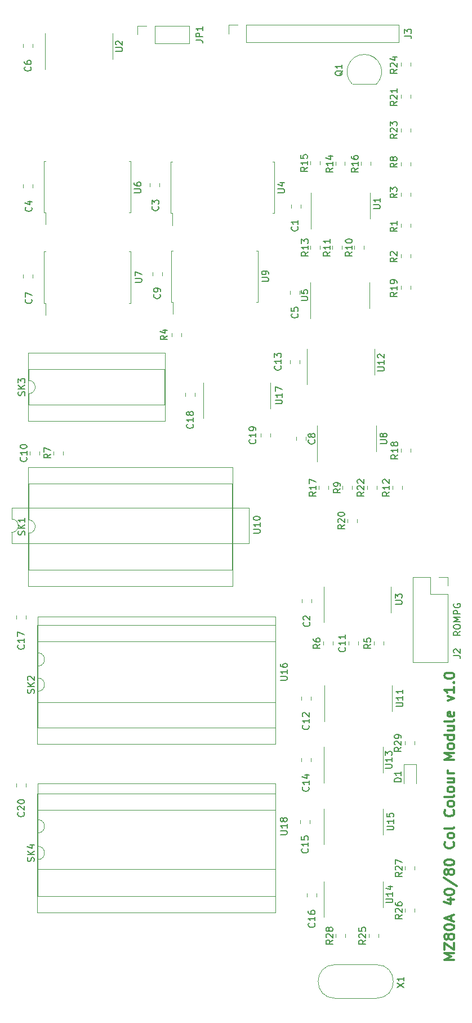
<source format=gbr>
G04 #@! TF.GenerationSoftware,KiCad,Pcbnew,(5.1.2-1)-1*
G04 #@! TF.CreationDate,2019-09-02T14:15:03+01:00*
G04 #@! TF.ProjectId,MZ80-80CLR,4d5a3830-2d38-4304-934c-522e6b696361,rev?*
G04 #@! TF.SameCoordinates,Original*
G04 #@! TF.FileFunction,Legend,Top*
G04 #@! TF.FilePolarity,Positive*
%FSLAX46Y46*%
G04 Gerber Fmt 4.6, Leading zero omitted, Abs format (unit mm)*
G04 Created by KiCad (PCBNEW (5.1.2-1)-1) date 2019-09-02 14:15:03*
%MOMM*%
%LPD*%
G04 APERTURE LIST*
%ADD10C,0.300000*%
%ADD11C,0.120000*%
%ADD12C,0.150000*%
G04 APERTURE END LIST*
D10*
X138727571Y-168728714D02*
X137227571Y-168728714D01*
X138299000Y-168228714D01*
X137227571Y-167728714D01*
X138727571Y-167728714D01*
X137227571Y-167157285D02*
X137227571Y-166157285D01*
X138727571Y-167157285D01*
X138727571Y-166157285D01*
X137870428Y-165371571D02*
X137799000Y-165514428D01*
X137727571Y-165585857D01*
X137584714Y-165657285D01*
X137513285Y-165657285D01*
X137370428Y-165585857D01*
X137299000Y-165514428D01*
X137227571Y-165371571D01*
X137227571Y-165085857D01*
X137299000Y-164943000D01*
X137370428Y-164871571D01*
X137513285Y-164800142D01*
X137584714Y-164800142D01*
X137727571Y-164871571D01*
X137799000Y-164943000D01*
X137870428Y-165085857D01*
X137870428Y-165371571D01*
X137941857Y-165514428D01*
X138013285Y-165585857D01*
X138156142Y-165657285D01*
X138441857Y-165657285D01*
X138584714Y-165585857D01*
X138656142Y-165514428D01*
X138727571Y-165371571D01*
X138727571Y-165085857D01*
X138656142Y-164943000D01*
X138584714Y-164871571D01*
X138441857Y-164800142D01*
X138156142Y-164800142D01*
X138013285Y-164871571D01*
X137941857Y-164943000D01*
X137870428Y-165085857D01*
X137227571Y-163871571D02*
X137227571Y-163728714D01*
X137299000Y-163585857D01*
X137370428Y-163514428D01*
X137513285Y-163443000D01*
X137799000Y-163371571D01*
X138156142Y-163371571D01*
X138441857Y-163443000D01*
X138584714Y-163514428D01*
X138656142Y-163585857D01*
X138727571Y-163728714D01*
X138727571Y-163871571D01*
X138656142Y-164014428D01*
X138584714Y-164085857D01*
X138441857Y-164157285D01*
X138156142Y-164228714D01*
X137799000Y-164228714D01*
X137513285Y-164157285D01*
X137370428Y-164085857D01*
X137299000Y-164014428D01*
X137227571Y-163871571D01*
X138299000Y-162800142D02*
X138299000Y-162085857D01*
X138727571Y-162943000D02*
X137227571Y-162443000D01*
X138727571Y-161943000D01*
X137727571Y-159657285D02*
X138727571Y-159657285D01*
X137156142Y-160014428D02*
X138227571Y-160371571D01*
X138227571Y-159443000D01*
X137227571Y-158585857D02*
X137227571Y-158443000D01*
X137299000Y-158300142D01*
X137370428Y-158228714D01*
X137513285Y-158157285D01*
X137799000Y-158085857D01*
X138156142Y-158085857D01*
X138441857Y-158157285D01*
X138584714Y-158228714D01*
X138656142Y-158300142D01*
X138727571Y-158443000D01*
X138727571Y-158585857D01*
X138656142Y-158728714D01*
X138584714Y-158800142D01*
X138441857Y-158871571D01*
X138156142Y-158943000D01*
X137799000Y-158943000D01*
X137513285Y-158871571D01*
X137370428Y-158800142D01*
X137299000Y-158728714D01*
X137227571Y-158585857D01*
X137156142Y-156371571D02*
X139084714Y-157657285D01*
X137870428Y-155657285D02*
X137799000Y-155800142D01*
X137727571Y-155871571D01*
X137584714Y-155943000D01*
X137513285Y-155943000D01*
X137370428Y-155871571D01*
X137299000Y-155800142D01*
X137227571Y-155657285D01*
X137227571Y-155371571D01*
X137299000Y-155228714D01*
X137370428Y-155157285D01*
X137513285Y-155085857D01*
X137584714Y-155085857D01*
X137727571Y-155157285D01*
X137799000Y-155228714D01*
X137870428Y-155371571D01*
X137870428Y-155657285D01*
X137941857Y-155800142D01*
X138013285Y-155871571D01*
X138156142Y-155943000D01*
X138441857Y-155943000D01*
X138584714Y-155871571D01*
X138656142Y-155800142D01*
X138727571Y-155657285D01*
X138727571Y-155371571D01*
X138656142Y-155228714D01*
X138584714Y-155157285D01*
X138441857Y-155085857D01*
X138156142Y-155085857D01*
X138013285Y-155157285D01*
X137941857Y-155228714D01*
X137870428Y-155371571D01*
X137227571Y-154157285D02*
X137227571Y-154014428D01*
X137299000Y-153871571D01*
X137370428Y-153800142D01*
X137513285Y-153728714D01*
X137799000Y-153657285D01*
X138156142Y-153657285D01*
X138441857Y-153728714D01*
X138584714Y-153800142D01*
X138656142Y-153871571D01*
X138727571Y-154014428D01*
X138727571Y-154157285D01*
X138656142Y-154300142D01*
X138584714Y-154371571D01*
X138441857Y-154443000D01*
X138156142Y-154514428D01*
X137799000Y-154514428D01*
X137513285Y-154443000D01*
X137370428Y-154371571D01*
X137299000Y-154300142D01*
X137227571Y-154157285D01*
X138584714Y-151014428D02*
X138656142Y-151085857D01*
X138727571Y-151300142D01*
X138727571Y-151443000D01*
X138656142Y-151657285D01*
X138513285Y-151800142D01*
X138370428Y-151871571D01*
X138084714Y-151943000D01*
X137870428Y-151943000D01*
X137584714Y-151871571D01*
X137441857Y-151800142D01*
X137299000Y-151657285D01*
X137227571Y-151443000D01*
X137227571Y-151300142D01*
X137299000Y-151085857D01*
X137370428Y-151014428D01*
X138727571Y-150157285D02*
X138656142Y-150300142D01*
X138584714Y-150371571D01*
X138441857Y-150443000D01*
X138013285Y-150443000D01*
X137870428Y-150371571D01*
X137799000Y-150300142D01*
X137727571Y-150157285D01*
X137727571Y-149943000D01*
X137799000Y-149800142D01*
X137870428Y-149728714D01*
X138013285Y-149657285D01*
X138441857Y-149657285D01*
X138584714Y-149728714D01*
X138656142Y-149800142D01*
X138727571Y-149943000D01*
X138727571Y-150157285D01*
X138727571Y-148800142D02*
X138656142Y-148943000D01*
X138513285Y-149014428D01*
X137227571Y-149014428D01*
X138584714Y-146228714D02*
X138656142Y-146300142D01*
X138727571Y-146514428D01*
X138727571Y-146657285D01*
X138656142Y-146871571D01*
X138513285Y-147014428D01*
X138370428Y-147085857D01*
X138084714Y-147157285D01*
X137870428Y-147157285D01*
X137584714Y-147085857D01*
X137441857Y-147014428D01*
X137299000Y-146871571D01*
X137227571Y-146657285D01*
X137227571Y-146514428D01*
X137299000Y-146300142D01*
X137370428Y-146228714D01*
X138727571Y-145371571D02*
X138656142Y-145514428D01*
X138584714Y-145585857D01*
X138441857Y-145657285D01*
X138013285Y-145657285D01*
X137870428Y-145585857D01*
X137799000Y-145514428D01*
X137727571Y-145371571D01*
X137727571Y-145157285D01*
X137799000Y-145014428D01*
X137870428Y-144943000D01*
X138013285Y-144871571D01*
X138441857Y-144871571D01*
X138584714Y-144943000D01*
X138656142Y-145014428D01*
X138727571Y-145157285D01*
X138727571Y-145371571D01*
X138727571Y-144014428D02*
X138656142Y-144157285D01*
X138513285Y-144228714D01*
X137227571Y-144228714D01*
X138727571Y-143228714D02*
X138656142Y-143371571D01*
X138584714Y-143443000D01*
X138441857Y-143514428D01*
X138013285Y-143514428D01*
X137870428Y-143443000D01*
X137799000Y-143371571D01*
X137727571Y-143228714D01*
X137727571Y-143014428D01*
X137799000Y-142871571D01*
X137870428Y-142800142D01*
X138013285Y-142728714D01*
X138441857Y-142728714D01*
X138584714Y-142800142D01*
X138656142Y-142871571D01*
X138727571Y-143014428D01*
X138727571Y-143228714D01*
X137727571Y-141443000D02*
X138727571Y-141443000D01*
X137727571Y-142085857D02*
X138513285Y-142085857D01*
X138656142Y-142014428D01*
X138727571Y-141871571D01*
X138727571Y-141657285D01*
X138656142Y-141514428D01*
X138584714Y-141443000D01*
X138727571Y-140728714D02*
X137727571Y-140728714D01*
X138013285Y-140728714D02*
X137870428Y-140657285D01*
X137799000Y-140585857D01*
X137727571Y-140443000D01*
X137727571Y-140300142D01*
X138727571Y-138657285D02*
X137227571Y-138657285D01*
X138299000Y-138157285D01*
X137227571Y-137657285D01*
X138727571Y-137657285D01*
X138727571Y-136728714D02*
X138656142Y-136871571D01*
X138584714Y-136943000D01*
X138441857Y-137014428D01*
X138013285Y-137014428D01*
X137870428Y-136943000D01*
X137799000Y-136871571D01*
X137727571Y-136728714D01*
X137727571Y-136514428D01*
X137799000Y-136371571D01*
X137870428Y-136300142D01*
X138013285Y-136228714D01*
X138441857Y-136228714D01*
X138584714Y-136300142D01*
X138656142Y-136371571D01*
X138727571Y-136514428D01*
X138727571Y-136728714D01*
X138727571Y-134943000D02*
X137227571Y-134943000D01*
X138656142Y-134943000D02*
X138727571Y-135085857D01*
X138727571Y-135371571D01*
X138656142Y-135514428D01*
X138584714Y-135585857D01*
X138441857Y-135657285D01*
X138013285Y-135657285D01*
X137870428Y-135585857D01*
X137799000Y-135514428D01*
X137727571Y-135371571D01*
X137727571Y-135085857D01*
X137799000Y-134943000D01*
X137727571Y-133585857D02*
X138727571Y-133585857D01*
X137727571Y-134228714D02*
X138513285Y-134228714D01*
X138656142Y-134157285D01*
X138727571Y-134014428D01*
X138727571Y-133800142D01*
X138656142Y-133657285D01*
X138584714Y-133585857D01*
X138727571Y-132657285D02*
X138656142Y-132800142D01*
X138513285Y-132871571D01*
X137227571Y-132871571D01*
X138656142Y-131514428D02*
X138727571Y-131657285D01*
X138727571Y-131943000D01*
X138656142Y-132085857D01*
X138513285Y-132157285D01*
X137941857Y-132157285D01*
X137799000Y-132085857D01*
X137727571Y-131943000D01*
X137727571Y-131657285D01*
X137799000Y-131514428D01*
X137941857Y-131443000D01*
X138084714Y-131443000D01*
X138227571Y-132157285D01*
X137727571Y-129800142D02*
X138727571Y-129443000D01*
X137727571Y-129085857D01*
X138727571Y-127728714D02*
X138727571Y-128585857D01*
X138727571Y-128157285D02*
X137227571Y-128157285D01*
X137441857Y-128300142D01*
X137584714Y-128443000D01*
X137656142Y-128585857D01*
X138584714Y-127085857D02*
X138656142Y-127014428D01*
X138727571Y-127085857D01*
X138656142Y-127157285D01*
X138584714Y-127085857D01*
X138727571Y-127085857D01*
X137227571Y-126085857D02*
X137227571Y-125943000D01*
X137299000Y-125800142D01*
X137370428Y-125728714D01*
X137513285Y-125657285D01*
X137799000Y-125585857D01*
X138156142Y-125585857D01*
X138441857Y-125657285D01*
X138584714Y-125728714D01*
X138656142Y-125800142D01*
X138727571Y-125943000D01*
X138727571Y-126085857D01*
X138656142Y-126228714D01*
X138584714Y-126300142D01*
X138441857Y-126371571D01*
X138156142Y-126443000D01*
X137799000Y-126443000D01*
X137513285Y-126371571D01*
X137370428Y-126300142D01*
X137299000Y-126228714D01*
X137227571Y-126085857D01*
D11*
X117104000Y-68886000D02*
X117104000Y-72336000D01*
X117104000Y-68886000D02*
X117104000Y-66936000D01*
X125974000Y-68886000D02*
X125974000Y-70836000D01*
X125974000Y-68886000D02*
X125974000Y-66936000D01*
X76080000Y-143704000D02*
X76080000Y-161604000D01*
X111880000Y-143704000D02*
X76080000Y-143704000D01*
X111880000Y-161604000D02*
X111880000Y-143704000D01*
X76080000Y-161604000D02*
X111880000Y-161604000D01*
X76140000Y-146194000D02*
X76140000Y-151654000D01*
X111820000Y-146194000D02*
X76140000Y-146194000D01*
X111820000Y-159114000D02*
X111820000Y-146194000D01*
X76140000Y-159114000D02*
X111820000Y-159114000D01*
X76140000Y-153654000D02*
X76140000Y-159114000D01*
X76140000Y-151654000D02*
G75*
G02X76140000Y-153654000I0J-1000000D01*
G01*
X74683000Y-77537000D02*
X74683000Y-87817000D01*
X95243000Y-77537000D02*
X74683000Y-77537000D01*
X95243000Y-87817000D02*
X95243000Y-77537000D01*
X74683000Y-87817000D02*
X95243000Y-87817000D01*
X74743000Y-80027000D02*
X74743000Y-81677000D01*
X95183000Y-80027000D02*
X74743000Y-80027000D01*
X95183000Y-85327000D02*
X95183000Y-80027000D01*
X74743000Y-85327000D02*
X95183000Y-85327000D01*
X74743000Y-83677000D02*
X74743000Y-85327000D01*
X74743000Y-81677000D02*
G75*
G02X74743000Y-83677000I0J-1000000D01*
G01*
X76080000Y-118431000D02*
X76080000Y-136331000D01*
X111880000Y-118431000D02*
X76080000Y-118431000D01*
X111880000Y-136331000D02*
X111880000Y-118431000D01*
X76080000Y-136331000D02*
X111880000Y-136331000D01*
X76140000Y-120921000D02*
X76140000Y-126381000D01*
X111820000Y-120921000D02*
X76140000Y-120921000D01*
X111820000Y-133841000D02*
X111820000Y-120921000D01*
X76140000Y-133841000D02*
X111820000Y-133841000D01*
X76140000Y-128381000D02*
X76140000Y-133841000D01*
X76140000Y-126381000D02*
G75*
G02X76140000Y-128381000I0J-1000000D01*
G01*
X74683000Y-94682000D02*
X74683000Y-112582000D01*
X105403000Y-94682000D02*
X74683000Y-94682000D01*
X105403000Y-112582000D02*
X105403000Y-94682000D01*
X74683000Y-112582000D02*
X105403000Y-112582000D01*
X74743000Y-97172000D02*
X74743000Y-102632000D01*
X105343000Y-97172000D02*
X74743000Y-97172000D01*
X105343000Y-110092000D02*
X105343000Y-97172000D01*
X74743000Y-110092000D02*
X105343000Y-110092000D01*
X74743000Y-104632000D02*
X74743000Y-110092000D01*
X74743000Y-102632000D02*
G75*
G02X74743000Y-104632000I0J-1000000D01*
G01*
X119136000Y-158877000D02*
X119136000Y-162327000D01*
X119136000Y-158877000D02*
X119136000Y-156927000D01*
X128006000Y-158877000D02*
X128006000Y-160827000D01*
X128006000Y-158877000D02*
X128006000Y-156927000D01*
X118120000Y-90424000D02*
X118120000Y-93874000D01*
X118120000Y-90424000D02*
X118120000Y-88474000D01*
X126990000Y-90424000D02*
X126990000Y-92374000D01*
X126990000Y-90424000D02*
X126990000Y-88474000D01*
X132155000Y-34424252D02*
X132155000Y-33901748D01*
X130735000Y-34424252D02*
X130735000Y-33901748D01*
X130735000Y-43807748D02*
X130735000Y-44330252D01*
X132155000Y-43807748D02*
X132155000Y-44330252D01*
X125655000Y-97528748D02*
X125655000Y-98051252D01*
X127075000Y-97528748D02*
X127075000Y-98051252D01*
X132155000Y-39250252D02*
X132155000Y-38727748D01*
X130735000Y-39250252D02*
X130735000Y-38727748D01*
X124154000Y-103004252D02*
X124154000Y-102481748D01*
X122734000Y-103004252D02*
X122734000Y-102481748D01*
X132155000Y-67952252D02*
X132155000Y-67429748D01*
X130735000Y-67952252D02*
X130735000Y-67429748D01*
X132155000Y-92463252D02*
X132155000Y-91940748D01*
X130735000Y-92463252D02*
X130735000Y-91940748D01*
X119836000Y-98051252D02*
X119836000Y-97528748D01*
X118416000Y-98051252D02*
X118416000Y-97528748D01*
X129465000Y-97528748D02*
X129465000Y-98051252D01*
X130885000Y-97528748D02*
X130885000Y-98051252D01*
X123750000Y-61460748D02*
X123750000Y-61983252D01*
X125170000Y-61460748D02*
X125170000Y-61983252D01*
X121972000Y-97528748D02*
X121972000Y-98051252D01*
X123392000Y-97528748D02*
X123392000Y-98051252D01*
X132155000Y-53982252D02*
X132155000Y-53459748D01*
X130735000Y-53982252D02*
X130735000Y-53459748D01*
X132155000Y-63253252D02*
X132155000Y-62730748D01*
X130735000Y-63253252D02*
X130735000Y-62730748D01*
X132155000Y-58690252D02*
X132155000Y-58167748D01*
X130735000Y-58690252D02*
X130735000Y-58167748D01*
X127060478Y-37144478D02*
G75*
G03X125222000Y-32706000I-1838478J1838478D01*
G01*
X123383522Y-37144478D02*
G75*
G02X125222000Y-32706000I1838478J1838478D01*
G01*
X123422000Y-37156000D02*
X127022000Y-37156000D01*
X91126000Y-29718000D02*
X91126000Y-28388000D01*
X91126000Y-28388000D02*
X92456000Y-28388000D01*
X93726000Y-28388000D02*
X98866000Y-28388000D01*
X98866000Y-31048000D02*
X98866000Y-28388000D01*
X93726000Y-31048000D02*
X98866000Y-31048000D01*
X93726000Y-31048000D02*
X93726000Y-28388000D01*
X104842000Y-29591000D02*
X104842000Y-28261000D01*
X104842000Y-28261000D02*
X106172000Y-28261000D01*
X107442000Y-28261000D02*
X130362000Y-28261000D01*
X130362000Y-30921000D02*
X130362000Y-28261000D01*
X107442000Y-30921000D02*
X130362000Y-30921000D01*
X107442000Y-30921000D02*
X107442000Y-28261000D01*
X136398000Y-111192000D02*
X137728000Y-111192000D01*
X137728000Y-111192000D02*
X137728000Y-112522000D01*
X135128000Y-111192000D02*
X135128000Y-113792000D01*
X135128000Y-113792000D02*
X137728000Y-113792000D01*
X137728000Y-113792000D02*
X137728000Y-124012000D01*
X132528000Y-124012000D02*
X137728000Y-124012000D01*
X132528000Y-111192000D02*
X132528000Y-124012000D01*
X132528000Y-111192000D02*
X135128000Y-111192000D01*
X114987000Y-90162748D02*
X114987000Y-90685252D01*
X116407000Y-90162748D02*
X116407000Y-90685252D01*
X96468000Y-69900000D02*
X96468000Y-71715000D01*
X96233000Y-69900000D02*
X96468000Y-69900000D01*
X96233000Y-66040000D02*
X96233000Y-69900000D01*
X96233000Y-62180000D02*
X96468000Y-62180000D01*
X96233000Y-66040000D02*
X96233000Y-62180000D01*
X109253000Y-69900000D02*
X109018000Y-69900000D01*
X109253000Y-66040000D02*
X109253000Y-69900000D01*
X109253000Y-62180000D02*
X109018000Y-62180000D01*
X109253000Y-66040000D02*
X109253000Y-62180000D01*
X96341000Y-56565000D02*
X96341000Y-58380000D01*
X96076000Y-56565000D02*
X96341000Y-56565000D01*
X96076000Y-52705000D02*
X96076000Y-56565000D01*
X96076000Y-48845000D02*
X96341000Y-48845000D01*
X96076000Y-52705000D02*
X96076000Y-48845000D01*
X111696000Y-56565000D02*
X111431000Y-56565000D01*
X111696000Y-52705000D02*
X111696000Y-56565000D01*
X111696000Y-48845000D02*
X111431000Y-48845000D01*
X111696000Y-52705000D02*
X111696000Y-48845000D01*
X128006000Y-147955000D02*
X128006000Y-146005000D01*
X128006000Y-147955000D02*
X128006000Y-149905000D01*
X119136000Y-147955000D02*
X119136000Y-146005000D01*
X119136000Y-147955000D02*
X119136000Y-151405000D01*
X72203000Y-100855000D02*
X72203000Y-102505000D01*
X107883000Y-100855000D02*
X72203000Y-100855000D01*
X107883000Y-106155000D02*
X107883000Y-100855000D01*
X72203000Y-106155000D02*
X107883000Y-106155000D01*
X72203000Y-104505000D02*
X72203000Y-106155000D01*
X72203000Y-102505000D02*
G75*
G02X72203000Y-104505000I0J-1000000D01*
G01*
X77236000Y-31496000D02*
X77236000Y-34946000D01*
X77236000Y-31496000D02*
X77236000Y-29546000D01*
X87356000Y-31496000D02*
X87356000Y-33446000D01*
X87356000Y-31496000D02*
X87356000Y-29546000D01*
X79958000Y-92844252D02*
X79958000Y-92321748D01*
X78538000Y-92844252D02*
X78538000Y-92321748D01*
X96318000Y-74541748D02*
X96318000Y-75064252D01*
X97738000Y-74541748D02*
X97738000Y-75064252D01*
X76402000Y-92844252D02*
X76402000Y-92321748D01*
X74982000Y-92844252D02*
X74982000Y-92321748D01*
X93397000Y-65397748D02*
X93397000Y-65920252D01*
X94817000Y-65397748D02*
X94817000Y-65920252D01*
X73957000Y-31107748D02*
X73957000Y-31630252D01*
X75377000Y-31107748D02*
X75377000Y-31630252D01*
X124281000Y-121419252D02*
X124281000Y-120896748D01*
X122861000Y-121419252D02*
X122861000Y-120896748D01*
X73966000Y-65769748D02*
X73966000Y-66292252D01*
X75386000Y-65769748D02*
X75386000Y-66292252D01*
X117042000Y-148216252D02*
X117042000Y-147693748D01*
X115622000Y-148216252D02*
X115622000Y-147693748D01*
X127050000Y-174483000D02*
X120800000Y-174483000D01*
X127050000Y-169433000D02*
X120800000Y-169433000D01*
X127050000Y-169433000D02*
G75*
G02X127050000Y-174483000I0J-2525000D01*
G01*
X120800000Y-169433000D02*
G75*
G03X120800000Y-174483000I0J-2525000D01*
G01*
X98350000Y-83549748D02*
X98350000Y-84072252D01*
X99770000Y-83549748D02*
X99770000Y-84072252D01*
X74370000Y-142755252D02*
X74370000Y-142232748D01*
X72950000Y-142755252D02*
X72950000Y-142232748D01*
X74370000Y-117482252D02*
X74370000Y-116959748D01*
X72950000Y-117482252D02*
X72950000Y-116959748D01*
X116638000Y-159265252D02*
X116638000Y-158742748D01*
X118058000Y-159265252D02*
X118058000Y-158742748D01*
X115749000Y-138945252D02*
X115749000Y-138422748D01*
X117169000Y-138945252D02*
X117169000Y-138422748D01*
X76140000Y-142194000D02*
X76140000Y-147654000D01*
X111820000Y-142194000D02*
X76140000Y-142194000D01*
X111820000Y-155114000D02*
X111820000Y-142194000D01*
X76140000Y-155114000D02*
X111820000Y-155114000D01*
X76140000Y-149654000D02*
X76140000Y-155114000D01*
X76140000Y-147654000D02*
G75*
G02X76140000Y-149654000I0J-1000000D01*
G01*
X100985000Y-83947000D02*
X100985000Y-87397000D01*
X100985000Y-83947000D02*
X100985000Y-81997000D01*
X111105000Y-83947000D02*
X111105000Y-85897000D01*
X111105000Y-83947000D02*
X111105000Y-81997000D01*
X76140000Y-117131000D02*
X76140000Y-122591000D01*
X111820000Y-117131000D02*
X76140000Y-117131000D01*
X111820000Y-130051000D02*
X111820000Y-117131000D01*
X76140000Y-130051000D02*
X111820000Y-130051000D01*
X76140000Y-124591000D02*
X76140000Y-130051000D01*
X76140000Y-122591000D02*
G75*
G02X76140000Y-124591000I0J-1000000D01*
G01*
X128006000Y-138684000D02*
X128006000Y-136734000D01*
X128006000Y-138684000D02*
X128006000Y-140634000D01*
X119136000Y-138684000D02*
X119136000Y-136734000D01*
X119136000Y-138684000D02*
X119136000Y-142134000D01*
X116606000Y-78867000D02*
X116606000Y-82317000D01*
X116606000Y-78867000D02*
X116606000Y-76917000D01*
X126726000Y-78867000D02*
X126726000Y-80817000D01*
X126726000Y-78867000D02*
X126726000Y-76917000D01*
X119246000Y-129436000D02*
X119246000Y-132886000D01*
X119246000Y-129436000D02*
X119246000Y-127486000D01*
X129366000Y-129436000D02*
X129366000Y-131386000D01*
X129366000Y-129436000D02*
X129366000Y-127486000D01*
X77298000Y-70053000D02*
X77298000Y-71868000D01*
X77063000Y-70053000D02*
X77298000Y-70053000D01*
X77063000Y-66193000D02*
X77063000Y-70053000D01*
X77063000Y-62333000D02*
X77298000Y-62333000D01*
X77063000Y-66193000D02*
X77063000Y-62333000D01*
X90083000Y-70053000D02*
X89848000Y-70053000D01*
X90083000Y-66193000D02*
X90083000Y-70053000D01*
X90083000Y-62333000D02*
X89848000Y-62333000D01*
X90083000Y-66193000D02*
X90083000Y-62333000D01*
X90076000Y-52578000D02*
X90076000Y-48718000D01*
X90076000Y-48718000D02*
X89841000Y-48718000D01*
X90076000Y-52578000D02*
X90076000Y-56438000D01*
X90076000Y-56438000D02*
X89841000Y-56438000D01*
X77056000Y-52578000D02*
X77056000Y-48718000D01*
X77056000Y-48718000D02*
X77291000Y-48718000D01*
X77056000Y-52578000D02*
X77056000Y-56438000D01*
X77056000Y-56438000D02*
X77291000Y-56438000D01*
X77291000Y-56438000D02*
X77291000Y-58253000D01*
X119121000Y-114578000D02*
X119121000Y-118028000D01*
X119121000Y-114578000D02*
X119121000Y-112628000D01*
X129241000Y-114578000D02*
X129241000Y-116528000D01*
X129241000Y-114578000D02*
X129241000Y-112628000D01*
X117231000Y-55462000D02*
X117231000Y-58912000D01*
X117231000Y-55462000D02*
X117231000Y-53512000D01*
X126101000Y-55462000D02*
X126101000Y-57412000D01*
X126101000Y-55462000D02*
X126101000Y-53512000D01*
X131370000Y-136405252D02*
X131370000Y-135882748D01*
X132790000Y-136405252D02*
X132790000Y-135882748D01*
X122376000Y-164838748D02*
X122376000Y-165361252D01*
X120956000Y-164838748D02*
X120956000Y-165361252D01*
X132790000Y-154678748D02*
X132790000Y-155201252D01*
X131370000Y-154678748D02*
X131370000Y-155201252D01*
X132790000Y-161028748D02*
X132790000Y-161551252D01*
X131370000Y-161028748D02*
X131370000Y-161551252D01*
X125909000Y-165361252D02*
X125909000Y-164838748D01*
X127329000Y-165361252D02*
X127329000Y-164838748D01*
X124766000Y-48820748D02*
X124766000Y-49343252D01*
X126186000Y-48820748D02*
X126186000Y-49343252D01*
X120886000Y-48820748D02*
X120886000Y-49343252D01*
X122306000Y-48820748D02*
X122306000Y-49343252D01*
X118566000Y-49283252D02*
X118566000Y-48760748D01*
X117146000Y-49283252D02*
X117146000Y-48760748D01*
X118566000Y-61983252D02*
X118566000Y-61460748D01*
X117146000Y-61983252D02*
X117146000Y-61460748D01*
X121868000Y-61983252D02*
X121868000Y-61460748D01*
X120448000Y-61983252D02*
X120448000Y-61460748D01*
X132155000Y-49410252D02*
X132155000Y-48887748D01*
X130735000Y-49410252D02*
X130735000Y-48887748D01*
X128091000Y-121419252D02*
X128091000Y-120896748D01*
X126671000Y-121419252D02*
X126671000Y-120896748D01*
X119051000Y-120896748D02*
X119051000Y-121419252D01*
X120471000Y-120896748D02*
X120471000Y-121419252D01*
X133040000Y-142224000D02*
X133040000Y-139364000D01*
X133040000Y-139364000D02*
X131120000Y-139364000D01*
X131120000Y-139364000D02*
X131120000Y-142224000D01*
X111073000Y-90177252D02*
X111073000Y-89654748D01*
X109653000Y-90177252D02*
X109653000Y-89654748D01*
X114098000Y-78596748D02*
X114098000Y-79119252D01*
X115518000Y-78596748D02*
X115518000Y-79119252D01*
X115749000Y-129151748D02*
X115749000Y-129674252D01*
X117169000Y-129151748D02*
X117169000Y-129674252D01*
X75386000Y-52189748D02*
X75386000Y-52712252D01*
X73966000Y-52189748D02*
X73966000Y-52712252D01*
X93016000Y-52062748D02*
X93016000Y-52585252D01*
X94436000Y-52062748D02*
X94436000Y-52585252D01*
X115518000Y-68200748D02*
X115518000Y-68723252D01*
X114098000Y-68200748D02*
X114098000Y-68723252D01*
X115876000Y-114537748D02*
X115876000Y-115060252D01*
X117296000Y-114537748D02*
X117296000Y-115060252D01*
X114225000Y-55237748D02*
X114225000Y-55760252D01*
X115645000Y-55237748D02*
X115645000Y-55760252D01*
D12*
X115711380Y-69647904D02*
X116520904Y-69647904D01*
X116616142Y-69600285D01*
X116663761Y-69552666D01*
X116711380Y-69457428D01*
X116711380Y-69266952D01*
X116663761Y-69171714D01*
X116616142Y-69124095D01*
X116520904Y-69076476D01*
X115711380Y-69076476D01*
X115711380Y-68124095D02*
X115711380Y-68600285D01*
X116187571Y-68647904D01*
X116139952Y-68600285D01*
X116092333Y-68505047D01*
X116092333Y-68266952D01*
X116139952Y-68171714D01*
X116187571Y-68124095D01*
X116282809Y-68076476D01*
X116520904Y-68076476D01*
X116616142Y-68124095D01*
X116663761Y-68171714D01*
X116711380Y-68266952D01*
X116711380Y-68505047D01*
X116663761Y-68600285D01*
X116616142Y-68647904D01*
X75544761Y-153915904D02*
X75592380Y-153773047D01*
X75592380Y-153534952D01*
X75544761Y-153439714D01*
X75497142Y-153392095D01*
X75401904Y-153344476D01*
X75306666Y-153344476D01*
X75211428Y-153392095D01*
X75163809Y-153439714D01*
X75116190Y-153534952D01*
X75068571Y-153725428D01*
X75020952Y-153820666D01*
X74973333Y-153868285D01*
X74878095Y-153915904D01*
X74782857Y-153915904D01*
X74687619Y-153868285D01*
X74640000Y-153820666D01*
X74592380Y-153725428D01*
X74592380Y-153487333D01*
X74640000Y-153344476D01*
X75592380Y-152915904D02*
X74592380Y-152915904D01*
X75592380Y-152344476D02*
X75020952Y-152773047D01*
X74592380Y-152344476D02*
X75163809Y-152915904D01*
X74925714Y-151487333D02*
X75592380Y-151487333D01*
X74544761Y-151725428D02*
X75259047Y-151963523D01*
X75259047Y-151344476D01*
X74147761Y-83938904D02*
X74195380Y-83796047D01*
X74195380Y-83557952D01*
X74147761Y-83462714D01*
X74100142Y-83415095D01*
X74004904Y-83367476D01*
X73909666Y-83367476D01*
X73814428Y-83415095D01*
X73766809Y-83462714D01*
X73719190Y-83557952D01*
X73671571Y-83748428D01*
X73623952Y-83843666D01*
X73576333Y-83891285D01*
X73481095Y-83938904D01*
X73385857Y-83938904D01*
X73290619Y-83891285D01*
X73243000Y-83843666D01*
X73195380Y-83748428D01*
X73195380Y-83510333D01*
X73243000Y-83367476D01*
X74195380Y-82938904D02*
X73195380Y-82938904D01*
X74195380Y-82367476D02*
X73623952Y-82796047D01*
X73195380Y-82367476D02*
X73766809Y-82938904D01*
X73195380Y-82034142D02*
X73195380Y-81415095D01*
X73576333Y-81748428D01*
X73576333Y-81605571D01*
X73623952Y-81510333D01*
X73671571Y-81462714D01*
X73766809Y-81415095D01*
X74004904Y-81415095D01*
X74100142Y-81462714D01*
X74147761Y-81510333D01*
X74195380Y-81605571D01*
X74195380Y-81891285D01*
X74147761Y-81986523D01*
X74100142Y-82034142D01*
X75544761Y-128642904D02*
X75592380Y-128500047D01*
X75592380Y-128261952D01*
X75544761Y-128166714D01*
X75497142Y-128119095D01*
X75401904Y-128071476D01*
X75306666Y-128071476D01*
X75211428Y-128119095D01*
X75163809Y-128166714D01*
X75116190Y-128261952D01*
X75068571Y-128452428D01*
X75020952Y-128547666D01*
X74973333Y-128595285D01*
X74878095Y-128642904D01*
X74782857Y-128642904D01*
X74687619Y-128595285D01*
X74640000Y-128547666D01*
X74592380Y-128452428D01*
X74592380Y-128214333D01*
X74640000Y-128071476D01*
X75592380Y-127642904D02*
X74592380Y-127642904D01*
X75592380Y-127071476D02*
X75020952Y-127500047D01*
X74592380Y-127071476D02*
X75163809Y-127642904D01*
X74687619Y-126690523D02*
X74640000Y-126642904D01*
X74592380Y-126547666D01*
X74592380Y-126309571D01*
X74640000Y-126214333D01*
X74687619Y-126166714D01*
X74782857Y-126119095D01*
X74878095Y-126119095D01*
X75020952Y-126166714D01*
X75592380Y-126738142D01*
X75592380Y-126119095D01*
X74147761Y-104893904D02*
X74195380Y-104751047D01*
X74195380Y-104512952D01*
X74147761Y-104417714D01*
X74100142Y-104370095D01*
X74004904Y-104322476D01*
X73909666Y-104322476D01*
X73814428Y-104370095D01*
X73766809Y-104417714D01*
X73719190Y-104512952D01*
X73671571Y-104703428D01*
X73623952Y-104798666D01*
X73576333Y-104846285D01*
X73481095Y-104893904D01*
X73385857Y-104893904D01*
X73290619Y-104846285D01*
X73243000Y-104798666D01*
X73195380Y-104703428D01*
X73195380Y-104465333D01*
X73243000Y-104322476D01*
X74195380Y-103893904D02*
X73195380Y-103893904D01*
X74195380Y-103322476D02*
X73623952Y-103751047D01*
X73195380Y-103322476D02*
X73766809Y-103893904D01*
X74195380Y-102370095D02*
X74195380Y-102941523D01*
X74195380Y-102655809D02*
X73195380Y-102655809D01*
X73338238Y-102751047D01*
X73433476Y-102846285D01*
X73481095Y-102941523D01*
X128484380Y-160115095D02*
X129293904Y-160115095D01*
X129389142Y-160067476D01*
X129436761Y-160019857D01*
X129484380Y-159924619D01*
X129484380Y-159734142D01*
X129436761Y-159638904D01*
X129389142Y-159591285D01*
X129293904Y-159543666D01*
X128484380Y-159543666D01*
X129484380Y-158543666D02*
X129484380Y-159115095D01*
X129484380Y-158829380D02*
X128484380Y-158829380D01*
X128627238Y-158924619D01*
X128722476Y-159019857D01*
X128770095Y-159115095D01*
X128817714Y-157686523D02*
X129484380Y-157686523D01*
X128436761Y-157924619D02*
X129151047Y-158162714D01*
X129151047Y-157543666D01*
X127595380Y-91185904D02*
X128404904Y-91185904D01*
X128500142Y-91138285D01*
X128547761Y-91090666D01*
X128595380Y-90995428D01*
X128595380Y-90804952D01*
X128547761Y-90709714D01*
X128500142Y-90662095D01*
X128404904Y-90614476D01*
X127595380Y-90614476D01*
X128023952Y-89995428D02*
X127976333Y-90090666D01*
X127928714Y-90138285D01*
X127833476Y-90185904D01*
X127785857Y-90185904D01*
X127690619Y-90138285D01*
X127643000Y-90090666D01*
X127595380Y-89995428D01*
X127595380Y-89804952D01*
X127643000Y-89709714D01*
X127690619Y-89662095D01*
X127785857Y-89614476D01*
X127833476Y-89614476D01*
X127928714Y-89662095D01*
X127976333Y-89709714D01*
X128023952Y-89804952D01*
X128023952Y-89995428D01*
X128071571Y-90090666D01*
X128119190Y-90138285D01*
X128214428Y-90185904D01*
X128404904Y-90185904D01*
X128500142Y-90138285D01*
X128547761Y-90090666D01*
X128595380Y-89995428D01*
X128595380Y-89804952D01*
X128547761Y-89709714D01*
X128500142Y-89662095D01*
X128404904Y-89614476D01*
X128214428Y-89614476D01*
X128119190Y-89662095D01*
X128071571Y-89709714D01*
X128023952Y-89804952D01*
X130119380Y-34932857D02*
X129643190Y-35266190D01*
X130119380Y-35504285D02*
X129119380Y-35504285D01*
X129119380Y-35123333D01*
X129167000Y-35028095D01*
X129214619Y-34980476D01*
X129309857Y-34932857D01*
X129452714Y-34932857D01*
X129547952Y-34980476D01*
X129595571Y-35028095D01*
X129643190Y-35123333D01*
X129643190Y-35504285D01*
X129214619Y-34551904D02*
X129167000Y-34504285D01*
X129119380Y-34409047D01*
X129119380Y-34170952D01*
X129167000Y-34075714D01*
X129214619Y-34028095D01*
X129309857Y-33980476D01*
X129405095Y-33980476D01*
X129547952Y-34028095D01*
X130119380Y-34599523D01*
X130119380Y-33980476D01*
X129452714Y-33123333D02*
X130119380Y-33123333D01*
X129071761Y-33361428D02*
X129786047Y-33599523D01*
X129786047Y-32980476D01*
X130119380Y-44711857D02*
X129643190Y-45045190D01*
X130119380Y-45283285D02*
X129119380Y-45283285D01*
X129119380Y-44902333D01*
X129167000Y-44807095D01*
X129214619Y-44759476D01*
X129309857Y-44711857D01*
X129452714Y-44711857D01*
X129547952Y-44759476D01*
X129595571Y-44807095D01*
X129643190Y-44902333D01*
X129643190Y-45283285D01*
X129214619Y-44330904D02*
X129167000Y-44283285D01*
X129119380Y-44188047D01*
X129119380Y-43949952D01*
X129167000Y-43854714D01*
X129214619Y-43807095D01*
X129309857Y-43759476D01*
X129405095Y-43759476D01*
X129547952Y-43807095D01*
X130119380Y-44378523D01*
X130119380Y-43759476D01*
X129119380Y-43426142D02*
X129119380Y-42807095D01*
X129500333Y-43140428D01*
X129500333Y-42997571D01*
X129547952Y-42902333D01*
X129595571Y-42854714D01*
X129690809Y-42807095D01*
X129928904Y-42807095D01*
X130024142Y-42854714D01*
X130071761Y-42902333D01*
X130119380Y-42997571D01*
X130119380Y-43283285D01*
X130071761Y-43378523D01*
X130024142Y-43426142D01*
X125166380Y-98432857D02*
X124690190Y-98766190D01*
X125166380Y-99004285D02*
X124166380Y-99004285D01*
X124166380Y-98623333D01*
X124214000Y-98528095D01*
X124261619Y-98480476D01*
X124356857Y-98432857D01*
X124499714Y-98432857D01*
X124594952Y-98480476D01*
X124642571Y-98528095D01*
X124690190Y-98623333D01*
X124690190Y-99004285D01*
X124261619Y-98051904D02*
X124214000Y-98004285D01*
X124166380Y-97909047D01*
X124166380Y-97670952D01*
X124214000Y-97575714D01*
X124261619Y-97528095D01*
X124356857Y-97480476D01*
X124452095Y-97480476D01*
X124594952Y-97528095D01*
X125166380Y-98099523D01*
X125166380Y-97480476D01*
X124261619Y-97099523D02*
X124214000Y-97051904D01*
X124166380Y-96956666D01*
X124166380Y-96718571D01*
X124214000Y-96623333D01*
X124261619Y-96575714D01*
X124356857Y-96528095D01*
X124452095Y-96528095D01*
X124594952Y-96575714D01*
X125166380Y-97147142D01*
X125166380Y-96528095D01*
X130119380Y-39758857D02*
X129643190Y-40092190D01*
X130119380Y-40330285D02*
X129119380Y-40330285D01*
X129119380Y-39949333D01*
X129167000Y-39854095D01*
X129214619Y-39806476D01*
X129309857Y-39758857D01*
X129452714Y-39758857D01*
X129547952Y-39806476D01*
X129595571Y-39854095D01*
X129643190Y-39949333D01*
X129643190Y-40330285D01*
X129214619Y-39377904D02*
X129167000Y-39330285D01*
X129119380Y-39235047D01*
X129119380Y-38996952D01*
X129167000Y-38901714D01*
X129214619Y-38854095D01*
X129309857Y-38806476D01*
X129405095Y-38806476D01*
X129547952Y-38854095D01*
X130119380Y-39425523D01*
X130119380Y-38806476D01*
X130119380Y-37854095D02*
X130119380Y-38425523D01*
X130119380Y-38139809D02*
X129119380Y-38139809D01*
X129262238Y-38235047D01*
X129357476Y-38330285D01*
X129405095Y-38425523D01*
X122246380Y-103385857D02*
X121770190Y-103719190D01*
X122246380Y-103957285D02*
X121246380Y-103957285D01*
X121246380Y-103576333D01*
X121294000Y-103481095D01*
X121341619Y-103433476D01*
X121436857Y-103385857D01*
X121579714Y-103385857D01*
X121674952Y-103433476D01*
X121722571Y-103481095D01*
X121770190Y-103576333D01*
X121770190Y-103957285D01*
X121341619Y-103004904D02*
X121294000Y-102957285D01*
X121246380Y-102862047D01*
X121246380Y-102623952D01*
X121294000Y-102528714D01*
X121341619Y-102481095D01*
X121436857Y-102433476D01*
X121532095Y-102433476D01*
X121674952Y-102481095D01*
X122246380Y-103052523D01*
X122246380Y-102433476D01*
X121246380Y-101814428D02*
X121246380Y-101719190D01*
X121294000Y-101623952D01*
X121341619Y-101576333D01*
X121436857Y-101528714D01*
X121627333Y-101481095D01*
X121865428Y-101481095D01*
X122055904Y-101528714D01*
X122151142Y-101576333D01*
X122198761Y-101623952D01*
X122246380Y-101719190D01*
X122246380Y-101814428D01*
X122198761Y-101909666D01*
X122151142Y-101957285D01*
X122055904Y-102004904D01*
X121865428Y-102052523D01*
X121627333Y-102052523D01*
X121436857Y-102004904D01*
X121341619Y-101957285D01*
X121294000Y-101909666D01*
X121246380Y-101814428D01*
X130119380Y-68460857D02*
X129643190Y-68794190D01*
X130119380Y-69032285D02*
X129119380Y-69032285D01*
X129119380Y-68651333D01*
X129167000Y-68556095D01*
X129214619Y-68508476D01*
X129309857Y-68460857D01*
X129452714Y-68460857D01*
X129547952Y-68508476D01*
X129595571Y-68556095D01*
X129643190Y-68651333D01*
X129643190Y-69032285D01*
X130119380Y-67508476D02*
X130119380Y-68079904D01*
X130119380Y-67794190D02*
X129119380Y-67794190D01*
X129262238Y-67889428D01*
X129357476Y-67984666D01*
X129405095Y-68079904D01*
X130119380Y-67032285D02*
X130119380Y-66841809D01*
X130071761Y-66746571D01*
X130024142Y-66698952D01*
X129881285Y-66603714D01*
X129690809Y-66556095D01*
X129309857Y-66556095D01*
X129214619Y-66603714D01*
X129167000Y-66651333D01*
X129119380Y-66746571D01*
X129119380Y-66937047D01*
X129167000Y-67032285D01*
X129214619Y-67079904D01*
X129309857Y-67127523D01*
X129547952Y-67127523D01*
X129643190Y-67079904D01*
X129690809Y-67032285D01*
X129738428Y-66937047D01*
X129738428Y-66746571D01*
X129690809Y-66651333D01*
X129643190Y-66603714D01*
X129547952Y-66556095D01*
X130247380Y-92844857D02*
X129771190Y-93178190D01*
X130247380Y-93416285D02*
X129247380Y-93416285D01*
X129247380Y-93035333D01*
X129295000Y-92940095D01*
X129342619Y-92892476D01*
X129437857Y-92844857D01*
X129580714Y-92844857D01*
X129675952Y-92892476D01*
X129723571Y-92940095D01*
X129771190Y-93035333D01*
X129771190Y-93416285D01*
X130247380Y-91892476D02*
X130247380Y-92463904D01*
X130247380Y-92178190D02*
X129247380Y-92178190D01*
X129390238Y-92273428D01*
X129485476Y-92368666D01*
X129533095Y-92463904D01*
X129675952Y-91321047D02*
X129628333Y-91416285D01*
X129580714Y-91463904D01*
X129485476Y-91511523D01*
X129437857Y-91511523D01*
X129342619Y-91463904D01*
X129295000Y-91416285D01*
X129247380Y-91321047D01*
X129247380Y-91130571D01*
X129295000Y-91035333D01*
X129342619Y-90987714D01*
X129437857Y-90940095D01*
X129485476Y-90940095D01*
X129580714Y-90987714D01*
X129628333Y-91035333D01*
X129675952Y-91130571D01*
X129675952Y-91321047D01*
X129723571Y-91416285D01*
X129771190Y-91463904D01*
X129866428Y-91511523D01*
X130056904Y-91511523D01*
X130152142Y-91463904D01*
X130199761Y-91416285D01*
X130247380Y-91321047D01*
X130247380Y-91130571D01*
X130199761Y-91035333D01*
X130152142Y-90987714D01*
X130056904Y-90940095D01*
X129866428Y-90940095D01*
X129771190Y-90987714D01*
X129723571Y-91035333D01*
X129675952Y-91130571D01*
X117927380Y-98432857D02*
X117451190Y-98766190D01*
X117927380Y-99004285D02*
X116927380Y-99004285D01*
X116927380Y-98623333D01*
X116975000Y-98528095D01*
X117022619Y-98480476D01*
X117117857Y-98432857D01*
X117260714Y-98432857D01*
X117355952Y-98480476D01*
X117403571Y-98528095D01*
X117451190Y-98623333D01*
X117451190Y-99004285D01*
X117927380Y-97480476D02*
X117927380Y-98051904D01*
X117927380Y-97766190D02*
X116927380Y-97766190D01*
X117070238Y-97861428D01*
X117165476Y-97956666D01*
X117213095Y-98051904D01*
X116927380Y-97147142D02*
X116927380Y-96480476D01*
X117927380Y-96909047D01*
X128976380Y-98432857D02*
X128500190Y-98766190D01*
X128976380Y-99004285D02*
X127976380Y-99004285D01*
X127976380Y-98623333D01*
X128024000Y-98528095D01*
X128071619Y-98480476D01*
X128166857Y-98432857D01*
X128309714Y-98432857D01*
X128404952Y-98480476D01*
X128452571Y-98528095D01*
X128500190Y-98623333D01*
X128500190Y-99004285D01*
X128976380Y-97480476D02*
X128976380Y-98051904D01*
X128976380Y-97766190D02*
X127976380Y-97766190D01*
X128119238Y-97861428D01*
X128214476Y-97956666D01*
X128262095Y-98051904D01*
X128071619Y-97099523D02*
X128024000Y-97051904D01*
X127976380Y-96956666D01*
X127976380Y-96718571D01*
X128024000Y-96623333D01*
X128071619Y-96575714D01*
X128166857Y-96528095D01*
X128262095Y-96528095D01*
X128404952Y-96575714D01*
X128976380Y-97147142D01*
X128976380Y-96528095D01*
X123388380Y-62364857D02*
X122912190Y-62698190D01*
X123388380Y-62936285D02*
X122388380Y-62936285D01*
X122388380Y-62555333D01*
X122436000Y-62460095D01*
X122483619Y-62412476D01*
X122578857Y-62364857D01*
X122721714Y-62364857D01*
X122816952Y-62412476D01*
X122864571Y-62460095D01*
X122912190Y-62555333D01*
X122912190Y-62936285D01*
X123388380Y-61412476D02*
X123388380Y-61983904D01*
X123388380Y-61698190D02*
X122388380Y-61698190D01*
X122531238Y-61793428D01*
X122626476Y-61888666D01*
X122674095Y-61983904D01*
X122388380Y-60793428D02*
X122388380Y-60698190D01*
X122436000Y-60602952D01*
X122483619Y-60555333D01*
X122578857Y-60507714D01*
X122769333Y-60460095D01*
X123007428Y-60460095D01*
X123197904Y-60507714D01*
X123293142Y-60555333D01*
X123340761Y-60602952D01*
X123388380Y-60698190D01*
X123388380Y-60793428D01*
X123340761Y-60888666D01*
X123293142Y-60936285D01*
X123197904Y-60983904D01*
X123007428Y-61031523D01*
X122769333Y-61031523D01*
X122578857Y-60983904D01*
X122483619Y-60936285D01*
X122436000Y-60888666D01*
X122388380Y-60793428D01*
X121610380Y-97956666D02*
X121134190Y-98290000D01*
X121610380Y-98528095D02*
X120610380Y-98528095D01*
X120610380Y-98147142D01*
X120658000Y-98051904D01*
X120705619Y-98004285D01*
X120800857Y-97956666D01*
X120943714Y-97956666D01*
X121038952Y-98004285D01*
X121086571Y-98051904D01*
X121134190Y-98147142D01*
X121134190Y-98528095D01*
X121610380Y-97480476D02*
X121610380Y-97290000D01*
X121562761Y-97194761D01*
X121515142Y-97147142D01*
X121372285Y-97051904D01*
X121181809Y-97004285D01*
X120800857Y-97004285D01*
X120705619Y-97051904D01*
X120658000Y-97099523D01*
X120610380Y-97194761D01*
X120610380Y-97385238D01*
X120658000Y-97480476D01*
X120705619Y-97528095D01*
X120800857Y-97575714D01*
X121038952Y-97575714D01*
X121134190Y-97528095D01*
X121181809Y-97480476D01*
X121229428Y-97385238D01*
X121229428Y-97194761D01*
X121181809Y-97099523D01*
X121134190Y-97051904D01*
X121038952Y-97004285D01*
X130119380Y-53633666D02*
X129643190Y-53967000D01*
X130119380Y-54205095D02*
X129119380Y-54205095D01*
X129119380Y-53824142D01*
X129167000Y-53728904D01*
X129214619Y-53681285D01*
X129309857Y-53633666D01*
X129452714Y-53633666D01*
X129547952Y-53681285D01*
X129595571Y-53728904D01*
X129643190Y-53824142D01*
X129643190Y-54205095D01*
X129119380Y-53300333D02*
X129119380Y-52681285D01*
X129500333Y-53014619D01*
X129500333Y-52871761D01*
X129547952Y-52776523D01*
X129595571Y-52728904D01*
X129690809Y-52681285D01*
X129928904Y-52681285D01*
X130024142Y-52728904D01*
X130071761Y-52776523D01*
X130119380Y-52871761D01*
X130119380Y-53157476D01*
X130071761Y-53252714D01*
X130024142Y-53300333D01*
X130119380Y-63285666D02*
X129643190Y-63619000D01*
X130119380Y-63857095D02*
X129119380Y-63857095D01*
X129119380Y-63476142D01*
X129167000Y-63380904D01*
X129214619Y-63333285D01*
X129309857Y-63285666D01*
X129452714Y-63285666D01*
X129547952Y-63333285D01*
X129595571Y-63380904D01*
X129643190Y-63476142D01*
X129643190Y-63857095D01*
X129214619Y-62904714D02*
X129167000Y-62857095D01*
X129119380Y-62761857D01*
X129119380Y-62523761D01*
X129167000Y-62428523D01*
X129214619Y-62380904D01*
X129309857Y-62333285D01*
X129405095Y-62333285D01*
X129547952Y-62380904D01*
X130119380Y-62952333D01*
X130119380Y-62333285D01*
X130119380Y-58713666D02*
X129643190Y-59047000D01*
X130119380Y-59285095D02*
X129119380Y-59285095D01*
X129119380Y-58904142D01*
X129167000Y-58808904D01*
X129214619Y-58761285D01*
X129309857Y-58713666D01*
X129452714Y-58713666D01*
X129547952Y-58761285D01*
X129595571Y-58808904D01*
X129643190Y-58904142D01*
X129643190Y-59285095D01*
X130119380Y-57761285D02*
X130119380Y-58332714D01*
X130119380Y-58047000D02*
X129119380Y-58047000D01*
X129262238Y-58142238D01*
X129357476Y-58237476D01*
X129405095Y-58332714D01*
X121959619Y-35147238D02*
X121912000Y-35242476D01*
X121816761Y-35337714D01*
X121673904Y-35480571D01*
X121626285Y-35575809D01*
X121626285Y-35671047D01*
X121864380Y-35623428D02*
X121816761Y-35718666D01*
X121721523Y-35813904D01*
X121531047Y-35861523D01*
X121197714Y-35861523D01*
X121007238Y-35813904D01*
X120912000Y-35718666D01*
X120864380Y-35623428D01*
X120864380Y-35432952D01*
X120912000Y-35337714D01*
X121007238Y-35242476D01*
X121197714Y-35194857D01*
X121531047Y-35194857D01*
X121721523Y-35242476D01*
X121816761Y-35337714D01*
X121864380Y-35432952D01*
X121864380Y-35623428D01*
X121864380Y-34242476D02*
X121864380Y-34813904D01*
X121864380Y-34528190D02*
X120864380Y-34528190D01*
X121007238Y-34623428D01*
X121102476Y-34718666D01*
X121150095Y-34813904D01*
X99909380Y-30551333D02*
X100623666Y-30551333D01*
X100766523Y-30598952D01*
X100861761Y-30694190D01*
X100909380Y-30837047D01*
X100909380Y-30932285D01*
X100909380Y-30075142D02*
X99909380Y-30075142D01*
X99909380Y-29694190D01*
X99957000Y-29598952D01*
X100004619Y-29551333D01*
X100099857Y-29503714D01*
X100242714Y-29503714D01*
X100337952Y-29551333D01*
X100385571Y-29598952D01*
X100433190Y-29694190D01*
X100433190Y-30075142D01*
X100909380Y-28551333D02*
X100909380Y-29122761D01*
X100909380Y-28837047D02*
X99909380Y-28837047D01*
X100052238Y-28932285D01*
X100147476Y-29027523D01*
X100195095Y-29122761D01*
X131278380Y-29924333D02*
X131992666Y-29924333D01*
X132135523Y-29971952D01*
X132230761Y-30067190D01*
X132278380Y-30210047D01*
X132278380Y-30305285D01*
X131278380Y-29543380D02*
X131278380Y-28924333D01*
X131659333Y-29257666D01*
X131659333Y-29114809D01*
X131706952Y-29019571D01*
X131754571Y-28971952D01*
X131849809Y-28924333D01*
X132087904Y-28924333D01*
X132183142Y-28971952D01*
X132230761Y-29019571D01*
X132278380Y-29114809D01*
X132278380Y-29400523D01*
X132230761Y-29495761D01*
X132183142Y-29543380D01*
X138644380Y-123015333D02*
X139358666Y-123015333D01*
X139501523Y-123062952D01*
X139596761Y-123158190D01*
X139644380Y-123301047D01*
X139644380Y-123396285D01*
X138739619Y-122586761D02*
X138692000Y-122539142D01*
X138644380Y-122443904D01*
X138644380Y-122205809D01*
X138692000Y-122110571D01*
X138739619Y-122062952D01*
X138834857Y-122015333D01*
X138930095Y-122015333D01*
X139072952Y-122062952D01*
X139644380Y-122634380D01*
X139644380Y-122015333D01*
X139644380Y-119387714D02*
X139168190Y-119721047D01*
X139644380Y-119959142D02*
X138644380Y-119959142D01*
X138644380Y-119578190D01*
X138692000Y-119482952D01*
X138739619Y-119435333D01*
X138834857Y-119387714D01*
X138977714Y-119387714D01*
X139072952Y-119435333D01*
X139120571Y-119482952D01*
X139168190Y-119578190D01*
X139168190Y-119959142D01*
X138644380Y-118768666D02*
X138644380Y-118578190D01*
X138692000Y-118482952D01*
X138787238Y-118387714D01*
X138977714Y-118340095D01*
X139311047Y-118340095D01*
X139501523Y-118387714D01*
X139596761Y-118482952D01*
X139644380Y-118578190D01*
X139644380Y-118768666D01*
X139596761Y-118863904D01*
X139501523Y-118959142D01*
X139311047Y-119006761D01*
X138977714Y-119006761D01*
X138787238Y-118959142D01*
X138692000Y-118863904D01*
X138644380Y-118768666D01*
X139644380Y-117911523D02*
X138644380Y-117911523D01*
X139358666Y-117578190D01*
X138644380Y-117244857D01*
X139644380Y-117244857D01*
X139644380Y-116768666D02*
X138644380Y-116768666D01*
X138644380Y-116387714D01*
X138692000Y-116292476D01*
X138739619Y-116244857D01*
X138834857Y-116197238D01*
X138977714Y-116197238D01*
X139072952Y-116244857D01*
X139120571Y-116292476D01*
X139168190Y-116387714D01*
X139168190Y-116768666D01*
X138692000Y-115244857D02*
X138644380Y-115340095D01*
X138644380Y-115482952D01*
X138692000Y-115625809D01*
X138787238Y-115721047D01*
X138882476Y-115768666D01*
X139072952Y-115816285D01*
X139215809Y-115816285D01*
X139406285Y-115768666D01*
X139501523Y-115721047D01*
X139596761Y-115625809D01*
X139644380Y-115482952D01*
X139644380Y-115387714D01*
X139596761Y-115244857D01*
X139549142Y-115197238D01*
X139215809Y-115197238D01*
X139215809Y-115387714D01*
X117704142Y-90590666D02*
X117751761Y-90638285D01*
X117799380Y-90781142D01*
X117799380Y-90876380D01*
X117751761Y-91019238D01*
X117656523Y-91114476D01*
X117561285Y-91162095D01*
X117370809Y-91209714D01*
X117227952Y-91209714D01*
X117037476Y-91162095D01*
X116942238Y-91114476D01*
X116847000Y-91019238D01*
X116799380Y-90876380D01*
X116799380Y-90781142D01*
X116847000Y-90638285D01*
X116894619Y-90590666D01*
X117227952Y-90019238D02*
X117180333Y-90114476D01*
X117132714Y-90162095D01*
X117037476Y-90209714D01*
X116989857Y-90209714D01*
X116894619Y-90162095D01*
X116847000Y-90114476D01*
X116799380Y-90019238D01*
X116799380Y-89828761D01*
X116847000Y-89733523D01*
X116894619Y-89685904D01*
X116989857Y-89638285D01*
X117037476Y-89638285D01*
X117132714Y-89685904D01*
X117180333Y-89733523D01*
X117227952Y-89828761D01*
X117227952Y-90019238D01*
X117275571Y-90114476D01*
X117323190Y-90162095D01*
X117418428Y-90209714D01*
X117608904Y-90209714D01*
X117704142Y-90162095D01*
X117751761Y-90114476D01*
X117799380Y-90019238D01*
X117799380Y-89828761D01*
X117751761Y-89733523D01*
X117704142Y-89685904D01*
X117608904Y-89638285D01*
X117418428Y-89638285D01*
X117323190Y-89685904D01*
X117275571Y-89733523D01*
X117227952Y-89828761D01*
X109815380Y-66801904D02*
X110624904Y-66801904D01*
X110720142Y-66754285D01*
X110767761Y-66706666D01*
X110815380Y-66611428D01*
X110815380Y-66420952D01*
X110767761Y-66325714D01*
X110720142Y-66278095D01*
X110624904Y-66230476D01*
X109815380Y-66230476D01*
X110815380Y-65706666D02*
X110815380Y-65516190D01*
X110767761Y-65420952D01*
X110720142Y-65373333D01*
X110577285Y-65278095D01*
X110386809Y-65230476D01*
X110005857Y-65230476D01*
X109910619Y-65278095D01*
X109863000Y-65325714D01*
X109815380Y-65420952D01*
X109815380Y-65611428D01*
X109863000Y-65706666D01*
X109910619Y-65754285D01*
X110005857Y-65801904D01*
X110243952Y-65801904D01*
X110339190Y-65754285D01*
X110386809Y-65706666D01*
X110434428Y-65611428D01*
X110434428Y-65420952D01*
X110386809Y-65325714D01*
X110339190Y-65278095D01*
X110243952Y-65230476D01*
X112228380Y-53466904D02*
X113037904Y-53466904D01*
X113133142Y-53419285D01*
X113180761Y-53371666D01*
X113228380Y-53276428D01*
X113228380Y-53085952D01*
X113180761Y-52990714D01*
X113133142Y-52943095D01*
X113037904Y-52895476D01*
X112228380Y-52895476D01*
X112561714Y-51990714D02*
X113228380Y-51990714D01*
X112180761Y-52228809D02*
X112895047Y-52466904D01*
X112895047Y-51847857D01*
X128611380Y-149193095D02*
X129420904Y-149193095D01*
X129516142Y-149145476D01*
X129563761Y-149097857D01*
X129611380Y-149002619D01*
X129611380Y-148812142D01*
X129563761Y-148716904D01*
X129516142Y-148669285D01*
X129420904Y-148621666D01*
X128611380Y-148621666D01*
X129611380Y-147621666D02*
X129611380Y-148193095D01*
X129611380Y-147907380D02*
X128611380Y-147907380D01*
X128754238Y-148002619D01*
X128849476Y-148097857D01*
X128897095Y-148193095D01*
X128611380Y-146716904D02*
X128611380Y-147193095D01*
X129087571Y-147240714D01*
X129039952Y-147193095D01*
X128992333Y-147097857D01*
X128992333Y-146859761D01*
X129039952Y-146764523D01*
X129087571Y-146716904D01*
X129182809Y-146669285D01*
X129420904Y-146669285D01*
X129516142Y-146716904D01*
X129563761Y-146764523D01*
X129611380Y-146859761D01*
X129611380Y-147097857D01*
X129563761Y-147193095D01*
X129516142Y-147240714D01*
X108545380Y-104616095D02*
X109354904Y-104616095D01*
X109450142Y-104568476D01*
X109497761Y-104520857D01*
X109545380Y-104425619D01*
X109545380Y-104235142D01*
X109497761Y-104139904D01*
X109450142Y-104092285D01*
X109354904Y-104044666D01*
X108545380Y-104044666D01*
X109545380Y-103044666D02*
X109545380Y-103616095D01*
X109545380Y-103330380D02*
X108545380Y-103330380D01*
X108688238Y-103425619D01*
X108783476Y-103520857D01*
X108831095Y-103616095D01*
X108545380Y-102425619D02*
X108545380Y-102330380D01*
X108593000Y-102235142D01*
X108640619Y-102187523D01*
X108735857Y-102139904D01*
X108926333Y-102092285D01*
X109164428Y-102092285D01*
X109354904Y-102139904D01*
X109450142Y-102187523D01*
X109497761Y-102235142D01*
X109545380Y-102330380D01*
X109545380Y-102425619D01*
X109497761Y-102520857D01*
X109450142Y-102568476D01*
X109354904Y-102616095D01*
X109164428Y-102663714D01*
X108926333Y-102663714D01*
X108735857Y-102616095D01*
X108640619Y-102568476D01*
X108593000Y-102520857D01*
X108545380Y-102425619D01*
X87844380Y-32257904D02*
X88653904Y-32257904D01*
X88749142Y-32210285D01*
X88796761Y-32162666D01*
X88844380Y-32067428D01*
X88844380Y-31876952D01*
X88796761Y-31781714D01*
X88749142Y-31734095D01*
X88653904Y-31686476D01*
X87844380Y-31686476D01*
X87939619Y-31257904D02*
X87892000Y-31210285D01*
X87844380Y-31115047D01*
X87844380Y-30876952D01*
X87892000Y-30781714D01*
X87939619Y-30734095D01*
X88034857Y-30686476D01*
X88130095Y-30686476D01*
X88272952Y-30734095D01*
X88844380Y-31305523D01*
X88844380Y-30686476D01*
X78050380Y-92749666D02*
X77574190Y-93083000D01*
X78050380Y-93321095D02*
X77050380Y-93321095D01*
X77050380Y-92940142D01*
X77098000Y-92844904D01*
X77145619Y-92797285D01*
X77240857Y-92749666D01*
X77383714Y-92749666D01*
X77478952Y-92797285D01*
X77526571Y-92844904D01*
X77574190Y-92940142D01*
X77574190Y-93321095D01*
X77050380Y-92416333D02*
X77050380Y-91749666D01*
X78050380Y-92178238D01*
X95575380Y-74969666D02*
X95099190Y-75303000D01*
X95575380Y-75541095D02*
X94575380Y-75541095D01*
X94575380Y-75160142D01*
X94623000Y-75064904D01*
X94670619Y-75017285D01*
X94765857Y-74969666D01*
X94908714Y-74969666D01*
X95003952Y-75017285D01*
X95051571Y-75064904D01*
X95099190Y-75160142D01*
X95099190Y-75541095D01*
X94908714Y-74112523D02*
X95575380Y-74112523D01*
X94527761Y-74350619D02*
X95242047Y-74588714D01*
X95242047Y-73969666D01*
X74399142Y-93225857D02*
X74446761Y-93273476D01*
X74494380Y-93416333D01*
X74494380Y-93511571D01*
X74446761Y-93654428D01*
X74351523Y-93749666D01*
X74256285Y-93797285D01*
X74065809Y-93844904D01*
X73922952Y-93844904D01*
X73732476Y-93797285D01*
X73637238Y-93749666D01*
X73542000Y-93654428D01*
X73494380Y-93511571D01*
X73494380Y-93416333D01*
X73542000Y-93273476D01*
X73589619Y-93225857D01*
X74494380Y-92273476D02*
X74494380Y-92844904D01*
X74494380Y-92559190D02*
X73494380Y-92559190D01*
X73637238Y-92654428D01*
X73732476Y-92749666D01*
X73780095Y-92844904D01*
X73494380Y-91654428D02*
X73494380Y-91559190D01*
X73542000Y-91463952D01*
X73589619Y-91416333D01*
X73684857Y-91368714D01*
X73875333Y-91321095D01*
X74113428Y-91321095D01*
X74303904Y-91368714D01*
X74399142Y-91416333D01*
X74446761Y-91463952D01*
X74494380Y-91559190D01*
X74494380Y-91654428D01*
X74446761Y-91749666D01*
X74399142Y-91797285D01*
X74303904Y-91844904D01*
X74113428Y-91892523D01*
X73875333Y-91892523D01*
X73684857Y-91844904D01*
X73589619Y-91797285D01*
X73542000Y-91749666D01*
X73494380Y-91654428D01*
X94464142Y-68746666D02*
X94511761Y-68794285D01*
X94559380Y-68937142D01*
X94559380Y-69032380D01*
X94511761Y-69175238D01*
X94416523Y-69270476D01*
X94321285Y-69318095D01*
X94130809Y-69365714D01*
X93987952Y-69365714D01*
X93797476Y-69318095D01*
X93702238Y-69270476D01*
X93607000Y-69175238D01*
X93559380Y-69032380D01*
X93559380Y-68937142D01*
X93607000Y-68794285D01*
X93654619Y-68746666D01*
X94559380Y-68270476D02*
X94559380Y-68080000D01*
X94511761Y-67984761D01*
X94464142Y-67937142D01*
X94321285Y-67841904D01*
X94130809Y-67794285D01*
X93749857Y-67794285D01*
X93654619Y-67841904D01*
X93607000Y-67889523D01*
X93559380Y-67984761D01*
X93559380Y-68175238D01*
X93607000Y-68270476D01*
X93654619Y-68318095D01*
X93749857Y-68365714D01*
X93987952Y-68365714D01*
X94083190Y-68318095D01*
X94130809Y-68270476D01*
X94178428Y-68175238D01*
X94178428Y-67984761D01*
X94130809Y-67889523D01*
X94083190Y-67841904D01*
X93987952Y-67794285D01*
X75033142Y-34583666D02*
X75080761Y-34631285D01*
X75128380Y-34774142D01*
X75128380Y-34869380D01*
X75080761Y-35012238D01*
X74985523Y-35107476D01*
X74890285Y-35155095D01*
X74699809Y-35202714D01*
X74556952Y-35202714D01*
X74366476Y-35155095D01*
X74271238Y-35107476D01*
X74176000Y-35012238D01*
X74128380Y-34869380D01*
X74128380Y-34774142D01*
X74176000Y-34631285D01*
X74223619Y-34583666D01*
X74128380Y-33726523D02*
X74128380Y-33917000D01*
X74176000Y-34012238D01*
X74223619Y-34059857D01*
X74366476Y-34155095D01*
X74556952Y-34202714D01*
X74937904Y-34202714D01*
X75033142Y-34155095D01*
X75080761Y-34107476D01*
X75128380Y-34012238D01*
X75128380Y-33821761D01*
X75080761Y-33726523D01*
X75033142Y-33678904D01*
X74937904Y-33631285D01*
X74699809Y-33631285D01*
X74604571Y-33678904D01*
X74556952Y-33726523D01*
X74509333Y-33821761D01*
X74509333Y-34012238D01*
X74556952Y-34107476D01*
X74604571Y-34155095D01*
X74699809Y-34202714D01*
X122277142Y-121800857D02*
X122324761Y-121848476D01*
X122372380Y-121991333D01*
X122372380Y-122086571D01*
X122324761Y-122229428D01*
X122229523Y-122324666D01*
X122134285Y-122372285D01*
X121943809Y-122419904D01*
X121800952Y-122419904D01*
X121610476Y-122372285D01*
X121515238Y-122324666D01*
X121420000Y-122229428D01*
X121372380Y-122086571D01*
X121372380Y-121991333D01*
X121420000Y-121848476D01*
X121467619Y-121800857D01*
X122372380Y-120848476D02*
X122372380Y-121419904D01*
X122372380Y-121134190D02*
X121372380Y-121134190D01*
X121515238Y-121229428D01*
X121610476Y-121324666D01*
X121658095Y-121419904D01*
X122372380Y-119896095D02*
X122372380Y-120467523D01*
X122372380Y-120181809D02*
X121372380Y-120181809D01*
X121515238Y-120277047D01*
X121610476Y-120372285D01*
X121658095Y-120467523D01*
X75160142Y-69499666D02*
X75207761Y-69547285D01*
X75255380Y-69690142D01*
X75255380Y-69785380D01*
X75207761Y-69928238D01*
X75112523Y-70023476D01*
X75017285Y-70071095D01*
X74826809Y-70118714D01*
X74683952Y-70118714D01*
X74493476Y-70071095D01*
X74398238Y-70023476D01*
X74303000Y-69928238D01*
X74255380Y-69785380D01*
X74255380Y-69690142D01*
X74303000Y-69547285D01*
X74350619Y-69499666D01*
X74255380Y-69166333D02*
X74255380Y-68499666D01*
X75255380Y-68928238D01*
X116689142Y-152026857D02*
X116736761Y-152074476D01*
X116784380Y-152217333D01*
X116784380Y-152312571D01*
X116736761Y-152455428D01*
X116641523Y-152550666D01*
X116546285Y-152598285D01*
X116355809Y-152645904D01*
X116212952Y-152645904D01*
X116022476Y-152598285D01*
X115927238Y-152550666D01*
X115832000Y-152455428D01*
X115784380Y-152312571D01*
X115784380Y-152217333D01*
X115832000Y-152074476D01*
X115879619Y-152026857D01*
X116784380Y-151074476D02*
X116784380Y-151645904D01*
X116784380Y-151360190D02*
X115784380Y-151360190D01*
X115927238Y-151455428D01*
X116022476Y-151550666D01*
X116070095Y-151645904D01*
X115784380Y-150169714D02*
X115784380Y-150645904D01*
X116260571Y-150693523D01*
X116212952Y-150645904D01*
X116165333Y-150550666D01*
X116165333Y-150312571D01*
X116212952Y-150217333D01*
X116260571Y-150169714D01*
X116355809Y-150122095D01*
X116593904Y-150122095D01*
X116689142Y-150169714D01*
X116736761Y-150217333D01*
X116784380Y-150312571D01*
X116784380Y-150550666D01*
X116736761Y-150645904D01*
X116689142Y-150693523D01*
X130135380Y-172894523D02*
X131135380Y-172227857D01*
X130135380Y-172227857D02*
X131135380Y-172894523D01*
X131135380Y-171323095D02*
X131135380Y-171894523D01*
X131135380Y-171608809D02*
X130135380Y-171608809D01*
X130278238Y-171704047D01*
X130373476Y-171799285D01*
X130421095Y-171894523D01*
X99417142Y-88263857D02*
X99464761Y-88311476D01*
X99512380Y-88454333D01*
X99512380Y-88549571D01*
X99464761Y-88692428D01*
X99369523Y-88787666D01*
X99274285Y-88835285D01*
X99083809Y-88882904D01*
X98940952Y-88882904D01*
X98750476Y-88835285D01*
X98655238Y-88787666D01*
X98560000Y-88692428D01*
X98512380Y-88549571D01*
X98512380Y-88454333D01*
X98560000Y-88311476D01*
X98607619Y-88263857D01*
X99512380Y-87311476D02*
X99512380Y-87882904D01*
X99512380Y-87597190D02*
X98512380Y-87597190D01*
X98655238Y-87692428D01*
X98750476Y-87787666D01*
X98798095Y-87882904D01*
X98940952Y-86740047D02*
X98893333Y-86835285D01*
X98845714Y-86882904D01*
X98750476Y-86930523D01*
X98702857Y-86930523D01*
X98607619Y-86882904D01*
X98560000Y-86835285D01*
X98512380Y-86740047D01*
X98512380Y-86549571D01*
X98560000Y-86454333D01*
X98607619Y-86406714D01*
X98702857Y-86359095D01*
X98750476Y-86359095D01*
X98845714Y-86406714D01*
X98893333Y-86454333D01*
X98940952Y-86549571D01*
X98940952Y-86740047D01*
X98988571Y-86835285D01*
X99036190Y-86882904D01*
X99131428Y-86930523D01*
X99321904Y-86930523D01*
X99417142Y-86882904D01*
X99464761Y-86835285D01*
X99512380Y-86740047D01*
X99512380Y-86549571D01*
X99464761Y-86454333D01*
X99417142Y-86406714D01*
X99321904Y-86359095D01*
X99131428Y-86359095D01*
X99036190Y-86406714D01*
X98988571Y-86454333D01*
X98940952Y-86549571D01*
X74017142Y-146565857D02*
X74064761Y-146613476D01*
X74112380Y-146756333D01*
X74112380Y-146851571D01*
X74064761Y-146994428D01*
X73969523Y-147089666D01*
X73874285Y-147137285D01*
X73683809Y-147184904D01*
X73540952Y-147184904D01*
X73350476Y-147137285D01*
X73255238Y-147089666D01*
X73160000Y-146994428D01*
X73112380Y-146851571D01*
X73112380Y-146756333D01*
X73160000Y-146613476D01*
X73207619Y-146565857D01*
X73207619Y-146184904D02*
X73160000Y-146137285D01*
X73112380Y-146042047D01*
X73112380Y-145803952D01*
X73160000Y-145708714D01*
X73207619Y-145661095D01*
X73302857Y-145613476D01*
X73398095Y-145613476D01*
X73540952Y-145661095D01*
X74112380Y-146232523D01*
X74112380Y-145613476D01*
X73112380Y-144994428D02*
X73112380Y-144899190D01*
X73160000Y-144803952D01*
X73207619Y-144756333D01*
X73302857Y-144708714D01*
X73493333Y-144661095D01*
X73731428Y-144661095D01*
X73921904Y-144708714D01*
X74017142Y-144756333D01*
X74064761Y-144803952D01*
X74112380Y-144899190D01*
X74112380Y-144994428D01*
X74064761Y-145089666D01*
X74017142Y-145137285D01*
X73921904Y-145184904D01*
X73731428Y-145232523D01*
X73493333Y-145232523D01*
X73302857Y-145184904D01*
X73207619Y-145137285D01*
X73160000Y-145089666D01*
X73112380Y-144994428D01*
X74017142Y-121419857D02*
X74064761Y-121467476D01*
X74112380Y-121610333D01*
X74112380Y-121705571D01*
X74064761Y-121848428D01*
X73969523Y-121943666D01*
X73874285Y-121991285D01*
X73683809Y-122038904D01*
X73540952Y-122038904D01*
X73350476Y-121991285D01*
X73255238Y-121943666D01*
X73160000Y-121848428D01*
X73112380Y-121705571D01*
X73112380Y-121610333D01*
X73160000Y-121467476D01*
X73207619Y-121419857D01*
X74112380Y-120467476D02*
X74112380Y-121038904D01*
X74112380Y-120753190D02*
X73112380Y-120753190D01*
X73255238Y-120848428D01*
X73350476Y-120943666D01*
X73398095Y-121038904D01*
X73112380Y-120134142D02*
X73112380Y-119467476D01*
X74112380Y-119896047D01*
X117705142Y-163202857D02*
X117752761Y-163250476D01*
X117800380Y-163393333D01*
X117800380Y-163488571D01*
X117752761Y-163631428D01*
X117657523Y-163726666D01*
X117562285Y-163774285D01*
X117371809Y-163821904D01*
X117228952Y-163821904D01*
X117038476Y-163774285D01*
X116943238Y-163726666D01*
X116848000Y-163631428D01*
X116800380Y-163488571D01*
X116800380Y-163393333D01*
X116848000Y-163250476D01*
X116895619Y-163202857D01*
X117800380Y-162250476D02*
X117800380Y-162821904D01*
X117800380Y-162536190D02*
X116800380Y-162536190D01*
X116943238Y-162631428D01*
X117038476Y-162726666D01*
X117086095Y-162821904D01*
X116800380Y-161393333D02*
X116800380Y-161583809D01*
X116848000Y-161679047D01*
X116895619Y-161726666D01*
X117038476Y-161821904D01*
X117228952Y-161869523D01*
X117609904Y-161869523D01*
X117705142Y-161821904D01*
X117752761Y-161774285D01*
X117800380Y-161679047D01*
X117800380Y-161488571D01*
X117752761Y-161393333D01*
X117705142Y-161345714D01*
X117609904Y-161298095D01*
X117371809Y-161298095D01*
X117276571Y-161345714D01*
X117228952Y-161393333D01*
X117181333Y-161488571D01*
X117181333Y-161679047D01*
X117228952Y-161774285D01*
X117276571Y-161821904D01*
X117371809Y-161869523D01*
X116816142Y-142755857D02*
X116863761Y-142803476D01*
X116911380Y-142946333D01*
X116911380Y-143041571D01*
X116863761Y-143184428D01*
X116768523Y-143279666D01*
X116673285Y-143327285D01*
X116482809Y-143374904D01*
X116339952Y-143374904D01*
X116149476Y-143327285D01*
X116054238Y-143279666D01*
X115959000Y-143184428D01*
X115911380Y-143041571D01*
X115911380Y-142946333D01*
X115959000Y-142803476D01*
X116006619Y-142755857D01*
X116911380Y-141803476D02*
X116911380Y-142374904D01*
X116911380Y-142089190D02*
X115911380Y-142089190D01*
X116054238Y-142184428D01*
X116149476Y-142279666D01*
X116197095Y-142374904D01*
X116244714Y-140946333D02*
X116911380Y-140946333D01*
X115863761Y-141184428D02*
X116578047Y-141422523D01*
X116578047Y-140803476D01*
X112609380Y-149892095D02*
X113418904Y-149892095D01*
X113514142Y-149844476D01*
X113561761Y-149796857D01*
X113609380Y-149701619D01*
X113609380Y-149511142D01*
X113561761Y-149415904D01*
X113514142Y-149368285D01*
X113418904Y-149320666D01*
X112609380Y-149320666D01*
X113609380Y-148320666D02*
X113609380Y-148892095D01*
X113609380Y-148606380D02*
X112609380Y-148606380D01*
X112752238Y-148701619D01*
X112847476Y-148796857D01*
X112895095Y-148892095D01*
X113037952Y-147749238D02*
X112990333Y-147844476D01*
X112942714Y-147892095D01*
X112847476Y-147939714D01*
X112799857Y-147939714D01*
X112704619Y-147892095D01*
X112657000Y-147844476D01*
X112609380Y-147749238D01*
X112609380Y-147558761D01*
X112657000Y-147463523D01*
X112704619Y-147415904D01*
X112799857Y-147368285D01*
X112847476Y-147368285D01*
X112942714Y-147415904D01*
X112990333Y-147463523D01*
X113037952Y-147558761D01*
X113037952Y-147749238D01*
X113085571Y-147844476D01*
X113133190Y-147892095D01*
X113228428Y-147939714D01*
X113418904Y-147939714D01*
X113514142Y-147892095D01*
X113561761Y-147844476D01*
X113609380Y-147749238D01*
X113609380Y-147558761D01*
X113561761Y-147463523D01*
X113514142Y-147415904D01*
X113418904Y-147368285D01*
X113228428Y-147368285D01*
X113133190Y-147415904D01*
X113085571Y-147463523D01*
X113037952Y-147558761D01*
X111847380Y-85185095D02*
X112656904Y-85185095D01*
X112752142Y-85137476D01*
X112799761Y-85089857D01*
X112847380Y-84994619D01*
X112847380Y-84804142D01*
X112799761Y-84708904D01*
X112752142Y-84661285D01*
X112656904Y-84613666D01*
X111847380Y-84613666D01*
X112847380Y-83613666D02*
X112847380Y-84185095D01*
X112847380Y-83899380D02*
X111847380Y-83899380D01*
X111990238Y-83994619D01*
X112085476Y-84089857D01*
X112133095Y-84185095D01*
X111847380Y-83280333D02*
X111847380Y-82613666D01*
X112847380Y-83042238D01*
X112609380Y-126714095D02*
X113418904Y-126714095D01*
X113514142Y-126666476D01*
X113561761Y-126618857D01*
X113609380Y-126523619D01*
X113609380Y-126333142D01*
X113561761Y-126237904D01*
X113514142Y-126190285D01*
X113418904Y-126142666D01*
X112609380Y-126142666D01*
X113609380Y-125142666D02*
X113609380Y-125714095D01*
X113609380Y-125428380D02*
X112609380Y-125428380D01*
X112752238Y-125523619D01*
X112847476Y-125618857D01*
X112895095Y-125714095D01*
X112609380Y-124285523D02*
X112609380Y-124476000D01*
X112657000Y-124571238D01*
X112704619Y-124618857D01*
X112847476Y-124714095D01*
X113037952Y-124761714D01*
X113418904Y-124761714D01*
X113514142Y-124714095D01*
X113561761Y-124666476D01*
X113609380Y-124571238D01*
X113609380Y-124380761D01*
X113561761Y-124285523D01*
X113514142Y-124237904D01*
X113418904Y-124190285D01*
X113180809Y-124190285D01*
X113085571Y-124237904D01*
X113037952Y-124285523D01*
X112990333Y-124380761D01*
X112990333Y-124571238D01*
X113037952Y-124666476D01*
X113085571Y-124714095D01*
X113180809Y-124761714D01*
X128357380Y-139922095D02*
X129166904Y-139922095D01*
X129262142Y-139874476D01*
X129309761Y-139826857D01*
X129357380Y-139731619D01*
X129357380Y-139541142D01*
X129309761Y-139445904D01*
X129262142Y-139398285D01*
X129166904Y-139350666D01*
X128357380Y-139350666D01*
X129357380Y-138350666D02*
X129357380Y-138922095D01*
X129357380Y-138636380D02*
X128357380Y-138636380D01*
X128500238Y-138731619D01*
X128595476Y-138826857D01*
X128643095Y-138922095D01*
X128357380Y-138017333D02*
X128357380Y-137398285D01*
X128738333Y-137731619D01*
X128738333Y-137588761D01*
X128785952Y-137493523D01*
X128833571Y-137445904D01*
X128928809Y-137398285D01*
X129166904Y-137398285D01*
X129262142Y-137445904D01*
X129309761Y-137493523D01*
X129357380Y-137588761D01*
X129357380Y-137874476D01*
X129309761Y-137969714D01*
X129262142Y-138017333D01*
X127214380Y-80232095D02*
X128023904Y-80232095D01*
X128119142Y-80184476D01*
X128166761Y-80136857D01*
X128214380Y-80041619D01*
X128214380Y-79851142D01*
X128166761Y-79755904D01*
X128119142Y-79708285D01*
X128023904Y-79660666D01*
X127214380Y-79660666D01*
X128214380Y-78660666D02*
X128214380Y-79232095D01*
X128214380Y-78946380D02*
X127214380Y-78946380D01*
X127357238Y-79041619D01*
X127452476Y-79136857D01*
X127500095Y-79232095D01*
X127309619Y-78279714D02*
X127262000Y-78232095D01*
X127214380Y-78136857D01*
X127214380Y-77898761D01*
X127262000Y-77803523D01*
X127309619Y-77755904D01*
X127404857Y-77708285D01*
X127500095Y-77708285D01*
X127642952Y-77755904D01*
X128214380Y-78327333D01*
X128214380Y-77708285D01*
X130008380Y-130651095D02*
X130817904Y-130651095D01*
X130913142Y-130603476D01*
X130960761Y-130555857D01*
X131008380Y-130460619D01*
X131008380Y-130270142D01*
X130960761Y-130174904D01*
X130913142Y-130127285D01*
X130817904Y-130079666D01*
X130008380Y-130079666D01*
X131008380Y-129079666D02*
X131008380Y-129651095D01*
X131008380Y-129365380D02*
X130008380Y-129365380D01*
X130151238Y-129460619D01*
X130246476Y-129555857D01*
X130294095Y-129651095D01*
X131008380Y-128127285D02*
X131008380Y-128698714D01*
X131008380Y-128413000D02*
X130008380Y-128413000D01*
X130151238Y-128508238D01*
X130246476Y-128603476D01*
X130294095Y-128698714D01*
X90765380Y-66928904D02*
X91574904Y-66928904D01*
X91670142Y-66881285D01*
X91717761Y-66833666D01*
X91765380Y-66738428D01*
X91765380Y-66547952D01*
X91717761Y-66452714D01*
X91670142Y-66405095D01*
X91574904Y-66357476D01*
X90765380Y-66357476D01*
X90765380Y-65976523D02*
X90765380Y-65309857D01*
X91765380Y-65738428D01*
X90638380Y-53466904D02*
X91447904Y-53466904D01*
X91543142Y-53419285D01*
X91590761Y-53371666D01*
X91638380Y-53276428D01*
X91638380Y-53085952D01*
X91590761Y-52990714D01*
X91543142Y-52943095D01*
X91447904Y-52895476D01*
X90638380Y-52895476D01*
X90638380Y-51990714D02*
X90638380Y-52181190D01*
X90686000Y-52276428D01*
X90733619Y-52324047D01*
X90876476Y-52419285D01*
X91066952Y-52466904D01*
X91447904Y-52466904D01*
X91543142Y-52419285D01*
X91590761Y-52371666D01*
X91638380Y-52276428D01*
X91638380Y-52085952D01*
X91590761Y-51990714D01*
X91543142Y-51943095D01*
X91447904Y-51895476D01*
X91209809Y-51895476D01*
X91114571Y-51943095D01*
X91066952Y-51990714D01*
X91019333Y-52085952D01*
X91019333Y-52276428D01*
X91066952Y-52371666D01*
X91114571Y-52419285D01*
X91209809Y-52466904D01*
X129881380Y-115315904D02*
X130690904Y-115315904D01*
X130786142Y-115268285D01*
X130833761Y-115220666D01*
X130881380Y-115125428D01*
X130881380Y-114934952D01*
X130833761Y-114839714D01*
X130786142Y-114792095D01*
X130690904Y-114744476D01*
X129881380Y-114744476D01*
X129881380Y-114363523D02*
X129881380Y-113744476D01*
X130262333Y-114077809D01*
X130262333Y-113934952D01*
X130309952Y-113839714D01*
X130357571Y-113792095D01*
X130452809Y-113744476D01*
X130690904Y-113744476D01*
X130786142Y-113792095D01*
X130833761Y-113839714D01*
X130881380Y-113934952D01*
X130881380Y-114220666D01*
X130833761Y-114315904D01*
X130786142Y-114363523D01*
X126579380Y-55879904D02*
X127388904Y-55879904D01*
X127484142Y-55832285D01*
X127531761Y-55784666D01*
X127579380Y-55689428D01*
X127579380Y-55498952D01*
X127531761Y-55403714D01*
X127484142Y-55356095D01*
X127388904Y-55308476D01*
X126579380Y-55308476D01*
X127579380Y-54308476D02*
X127579380Y-54879904D01*
X127579380Y-54594190D02*
X126579380Y-54594190D01*
X126722238Y-54689428D01*
X126817476Y-54784666D01*
X126865095Y-54879904D01*
X130754380Y-136786857D02*
X130278190Y-137120190D01*
X130754380Y-137358285D02*
X129754380Y-137358285D01*
X129754380Y-136977333D01*
X129802000Y-136882095D01*
X129849619Y-136834476D01*
X129944857Y-136786857D01*
X130087714Y-136786857D01*
X130182952Y-136834476D01*
X130230571Y-136882095D01*
X130278190Y-136977333D01*
X130278190Y-137358285D01*
X129849619Y-136405904D02*
X129802000Y-136358285D01*
X129754380Y-136263047D01*
X129754380Y-136024952D01*
X129802000Y-135929714D01*
X129849619Y-135882095D01*
X129944857Y-135834476D01*
X130040095Y-135834476D01*
X130182952Y-135882095D01*
X130754380Y-136453523D01*
X130754380Y-135834476D01*
X130754380Y-135358285D02*
X130754380Y-135167809D01*
X130706761Y-135072571D01*
X130659142Y-135024952D01*
X130516285Y-134929714D01*
X130325809Y-134882095D01*
X129944857Y-134882095D01*
X129849619Y-134929714D01*
X129802000Y-134977333D01*
X129754380Y-135072571D01*
X129754380Y-135263047D01*
X129802000Y-135358285D01*
X129849619Y-135405904D01*
X129944857Y-135453523D01*
X130182952Y-135453523D01*
X130278190Y-135405904D01*
X130325809Y-135358285D01*
X130373428Y-135263047D01*
X130373428Y-135072571D01*
X130325809Y-134977333D01*
X130278190Y-134929714D01*
X130182952Y-134882095D01*
X120467380Y-165742857D02*
X119991190Y-166076190D01*
X120467380Y-166314285D02*
X119467380Y-166314285D01*
X119467380Y-165933333D01*
X119515000Y-165838095D01*
X119562619Y-165790476D01*
X119657857Y-165742857D01*
X119800714Y-165742857D01*
X119895952Y-165790476D01*
X119943571Y-165838095D01*
X119991190Y-165933333D01*
X119991190Y-166314285D01*
X119562619Y-165361904D02*
X119515000Y-165314285D01*
X119467380Y-165219047D01*
X119467380Y-164980952D01*
X119515000Y-164885714D01*
X119562619Y-164838095D01*
X119657857Y-164790476D01*
X119753095Y-164790476D01*
X119895952Y-164838095D01*
X120467380Y-165409523D01*
X120467380Y-164790476D01*
X119895952Y-164219047D02*
X119848333Y-164314285D01*
X119800714Y-164361904D01*
X119705476Y-164409523D01*
X119657857Y-164409523D01*
X119562619Y-164361904D01*
X119515000Y-164314285D01*
X119467380Y-164219047D01*
X119467380Y-164028571D01*
X119515000Y-163933333D01*
X119562619Y-163885714D01*
X119657857Y-163838095D01*
X119705476Y-163838095D01*
X119800714Y-163885714D01*
X119848333Y-163933333D01*
X119895952Y-164028571D01*
X119895952Y-164219047D01*
X119943571Y-164314285D01*
X119991190Y-164361904D01*
X120086428Y-164409523D01*
X120276904Y-164409523D01*
X120372142Y-164361904D01*
X120419761Y-164314285D01*
X120467380Y-164219047D01*
X120467380Y-164028571D01*
X120419761Y-163933333D01*
X120372142Y-163885714D01*
X120276904Y-163838095D01*
X120086428Y-163838095D01*
X119991190Y-163885714D01*
X119943571Y-163933333D01*
X119895952Y-164028571D01*
X130881380Y-155582857D02*
X130405190Y-155916190D01*
X130881380Y-156154285D02*
X129881380Y-156154285D01*
X129881380Y-155773333D01*
X129929000Y-155678095D01*
X129976619Y-155630476D01*
X130071857Y-155582857D01*
X130214714Y-155582857D01*
X130309952Y-155630476D01*
X130357571Y-155678095D01*
X130405190Y-155773333D01*
X130405190Y-156154285D01*
X129976619Y-155201904D02*
X129929000Y-155154285D01*
X129881380Y-155059047D01*
X129881380Y-154820952D01*
X129929000Y-154725714D01*
X129976619Y-154678095D01*
X130071857Y-154630476D01*
X130167095Y-154630476D01*
X130309952Y-154678095D01*
X130881380Y-155249523D01*
X130881380Y-154630476D01*
X129881380Y-154297142D02*
X129881380Y-153630476D01*
X130881380Y-154059047D01*
X130881380Y-161932857D02*
X130405190Y-162266190D01*
X130881380Y-162504285D02*
X129881380Y-162504285D01*
X129881380Y-162123333D01*
X129929000Y-162028095D01*
X129976619Y-161980476D01*
X130071857Y-161932857D01*
X130214714Y-161932857D01*
X130309952Y-161980476D01*
X130357571Y-162028095D01*
X130405190Y-162123333D01*
X130405190Y-162504285D01*
X129976619Y-161551904D02*
X129929000Y-161504285D01*
X129881380Y-161409047D01*
X129881380Y-161170952D01*
X129929000Y-161075714D01*
X129976619Y-161028095D01*
X130071857Y-160980476D01*
X130167095Y-160980476D01*
X130309952Y-161028095D01*
X130881380Y-161599523D01*
X130881380Y-160980476D01*
X129881380Y-160123333D02*
X129881380Y-160313809D01*
X129929000Y-160409047D01*
X129976619Y-160456666D01*
X130119476Y-160551904D01*
X130309952Y-160599523D01*
X130690904Y-160599523D01*
X130786142Y-160551904D01*
X130833761Y-160504285D01*
X130881380Y-160409047D01*
X130881380Y-160218571D01*
X130833761Y-160123333D01*
X130786142Y-160075714D01*
X130690904Y-160028095D01*
X130452809Y-160028095D01*
X130357571Y-160075714D01*
X130309952Y-160123333D01*
X130262333Y-160218571D01*
X130262333Y-160409047D01*
X130309952Y-160504285D01*
X130357571Y-160551904D01*
X130452809Y-160599523D01*
X125421380Y-165742857D02*
X124945190Y-166076190D01*
X125421380Y-166314285D02*
X124421380Y-166314285D01*
X124421380Y-165933333D01*
X124469000Y-165838095D01*
X124516619Y-165790476D01*
X124611857Y-165742857D01*
X124754714Y-165742857D01*
X124849952Y-165790476D01*
X124897571Y-165838095D01*
X124945190Y-165933333D01*
X124945190Y-166314285D01*
X124516619Y-165361904D02*
X124469000Y-165314285D01*
X124421380Y-165219047D01*
X124421380Y-164980952D01*
X124469000Y-164885714D01*
X124516619Y-164838095D01*
X124611857Y-164790476D01*
X124707095Y-164790476D01*
X124849952Y-164838095D01*
X125421380Y-165409523D01*
X125421380Y-164790476D01*
X124421380Y-163885714D02*
X124421380Y-164361904D01*
X124897571Y-164409523D01*
X124849952Y-164361904D01*
X124802333Y-164266666D01*
X124802333Y-164028571D01*
X124849952Y-163933333D01*
X124897571Y-163885714D01*
X124992809Y-163838095D01*
X125230904Y-163838095D01*
X125326142Y-163885714D01*
X125373761Y-163933333D01*
X125421380Y-164028571D01*
X125421380Y-164266666D01*
X125373761Y-164361904D01*
X125326142Y-164409523D01*
X124277380Y-49791857D02*
X123801190Y-50125190D01*
X124277380Y-50363285D02*
X123277380Y-50363285D01*
X123277380Y-49982333D01*
X123325000Y-49887095D01*
X123372619Y-49839476D01*
X123467857Y-49791857D01*
X123610714Y-49791857D01*
X123705952Y-49839476D01*
X123753571Y-49887095D01*
X123801190Y-49982333D01*
X123801190Y-50363285D01*
X124277380Y-48839476D02*
X124277380Y-49410904D01*
X124277380Y-49125190D02*
X123277380Y-49125190D01*
X123420238Y-49220428D01*
X123515476Y-49315666D01*
X123563095Y-49410904D01*
X123277380Y-47982333D02*
X123277380Y-48172809D01*
X123325000Y-48268047D01*
X123372619Y-48315666D01*
X123515476Y-48410904D01*
X123705952Y-48458523D01*
X124086904Y-48458523D01*
X124182142Y-48410904D01*
X124229761Y-48363285D01*
X124277380Y-48268047D01*
X124277380Y-48077571D01*
X124229761Y-47982333D01*
X124182142Y-47934714D01*
X124086904Y-47887095D01*
X123848809Y-47887095D01*
X123753571Y-47934714D01*
X123705952Y-47982333D01*
X123658333Y-48077571D01*
X123658333Y-48268047D01*
X123705952Y-48363285D01*
X123753571Y-48410904D01*
X123848809Y-48458523D01*
X120467380Y-49791857D02*
X119991190Y-50125190D01*
X120467380Y-50363285D02*
X119467380Y-50363285D01*
X119467380Y-49982333D01*
X119515000Y-49887095D01*
X119562619Y-49839476D01*
X119657857Y-49791857D01*
X119800714Y-49791857D01*
X119895952Y-49839476D01*
X119943571Y-49887095D01*
X119991190Y-49982333D01*
X119991190Y-50363285D01*
X120467380Y-48839476D02*
X120467380Y-49410904D01*
X120467380Y-49125190D02*
X119467380Y-49125190D01*
X119610238Y-49220428D01*
X119705476Y-49315666D01*
X119753095Y-49410904D01*
X119800714Y-47982333D02*
X120467380Y-47982333D01*
X119419761Y-48220428D02*
X120134047Y-48458523D01*
X120134047Y-47839476D01*
X116658380Y-49664857D02*
X116182190Y-49998190D01*
X116658380Y-50236285D02*
X115658380Y-50236285D01*
X115658380Y-49855333D01*
X115706000Y-49760095D01*
X115753619Y-49712476D01*
X115848857Y-49664857D01*
X115991714Y-49664857D01*
X116086952Y-49712476D01*
X116134571Y-49760095D01*
X116182190Y-49855333D01*
X116182190Y-50236285D01*
X116658380Y-48712476D02*
X116658380Y-49283904D01*
X116658380Y-48998190D02*
X115658380Y-48998190D01*
X115801238Y-49093428D01*
X115896476Y-49188666D01*
X115944095Y-49283904D01*
X115658380Y-47807714D02*
X115658380Y-48283904D01*
X116134571Y-48331523D01*
X116086952Y-48283904D01*
X116039333Y-48188666D01*
X116039333Y-47950571D01*
X116086952Y-47855333D01*
X116134571Y-47807714D01*
X116229809Y-47760095D01*
X116467904Y-47760095D01*
X116563142Y-47807714D01*
X116610761Y-47855333D01*
X116658380Y-47950571D01*
X116658380Y-48188666D01*
X116610761Y-48283904D01*
X116563142Y-48331523D01*
X116784380Y-62364857D02*
X116308190Y-62698190D01*
X116784380Y-62936285D02*
X115784380Y-62936285D01*
X115784380Y-62555333D01*
X115832000Y-62460095D01*
X115879619Y-62412476D01*
X115974857Y-62364857D01*
X116117714Y-62364857D01*
X116212952Y-62412476D01*
X116260571Y-62460095D01*
X116308190Y-62555333D01*
X116308190Y-62936285D01*
X116784380Y-61412476D02*
X116784380Y-61983904D01*
X116784380Y-61698190D02*
X115784380Y-61698190D01*
X115927238Y-61793428D01*
X116022476Y-61888666D01*
X116070095Y-61983904D01*
X115784380Y-61079142D02*
X115784380Y-60460095D01*
X116165333Y-60793428D01*
X116165333Y-60650571D01*
X116212952Y-60555333D01*
X116260571Y-60507714D01*
X116355809Y-60460095D01*
X116593904Y-60460095D01*
X116689142Y-60507714D01*
X116736761Y-60555333D01*
X116784380Y-60650571D01*
X116784380Y-60936285D01*
X116736761Y-61031523D01*
X116689142Y-61079142D01*
X120086380Y-62364857D02*
X119610190Y-62698190D01*
X120086380Y-62936285D02*
X119086380Y-62936285D01*
X119086380Y-62555333D01*
X119134000Y-62460095D01*
X119181619Y-62412476D01*
X119276857Y-62364857D01*
X119419714Y-62364857D01*
X119514952Y-62412476D01*
X119562571Y-62460095D01*
X119610190Y-62555333D01*
X119610190Y-62936285D01*
X120086380Y-61412476D02*
X120086380Y-61983904D01*
X120086380Y-61698190D02*
X119086380Y-61698190D01*
X119229238Y-61793428D01*
X119324476Y-61888666D01*
X119372095Y-61983904D01*
X120086380Y-60460095D02*
X120086380Y-61031523D01*
X120086380Y-60745809D02*
X119086380Y-60745809D01*
X119229238Y-60841047D01*
X119324476Y-60936285D01*
X119372095Y-61031523D01*
X130119380Y-49061666D02*
X129643190Y-49395000D01*
X130119380Y-49633095D02*
X129119380Y-49633095D01*
X129119380Y-49252142D01*
X129167000Y-49156904D01*
X129214619Y-49109285D01*
X129309857Y-49061666D01*
X129452714Y-49061666D01*
X129547952Y-49109285D01*
X129595571Y-49156904D01*
X129643190Y-49252142D01*
X129643190Y-49633095D01*
X129547952Y-48490238D02*
X129500333Y-48585476D01*
X129452714Y-48633095D01*
X129357476Y-48680714D01*
X129309857Y-48680714D01*
X129214619Y-48633095D01*
X129167000Y-48585476D01*
X129119380Y-48490238D01*
X129119380Y-48299761D01*
X129167000Y-48204523D01*
X129214619Y-48156904D01*
X129309857Y-48109285D01*
X129357476Y-48109285D01*
X129452714Y-48156904D01*
X129500333Y-48204523D01*
X129547952Y-48299761D01*
X129547952Y-48490238D01*
X129595571Y-48585476D01*
X129643190Y-48633095D01*
X129738428Y-48680714D01*
X129928904Y-48680714D01*
X130024142Y-48633095D01*
X130071761Y-48585476D01*
X130119380Y-48490238D01*
X130119380Y-48299761D01*
X130071761Y-48204523D01*
X130024142Y-48156904D01*
X129928904Y-48109285D01*
X129738428Y-48109285D01*
X129643190Y-48156904D01*
X129595571Y-48204523D01*
X129547952Y-48299761D01*
X126183380Y-121324666D02*
X125707190Y-121658000D01*
X126183380Y-121896095D02*
X125183380Y-121896095D01*
X125183380Y-121515142D01*
X125231000Y-121419904D01*
X125278619Y-121372285D01*
X125373857Y-121324666D01*
X125516714Y-121324666D01*
X125611952Y-121372285D01*
X125659571Y-121419904D01*
X125707190Y-121515142D01*
X125707190Y-121896095D01*
X125183380Y-120419904D02*
X125183380Y-120896095D01*
X125659571Y-120943714D01*
X125611952Y-120896095D01*
X125564333Y-120800857D01*
X125564333Y-120562761D01*
X125611952Y-120467523D01*
X125659571Y-120419904D01*
X125754809Y-120372285D01*
X125992904Y-120372285D01*
X126088142Y-120419904D01*
X126135761Y-120467523D01*
X126183380Y-120562761D01*
X126183380Y-120800857D01*
X126135761Y-120896095D01*
X126088142Y-120943714D01*
X118562380Y-121324666D02*
X118086190Y-121658000D01*
X118562380Y-121896095D02*
X117562380Y-121896095D01*
X117562380Y-121515142D01*
X117610000Y-121419904D01*
X117657619Y-121372285D01*
X117752857Y-121324666D01*
X117895714Y-121324666D01*
X117990952Y-121372285D01*
X118038571Y-121419904D01*
X118086190Y-121515142D01*
X118086190Y-121896095D01*
X117562380Y-120467523D02*
X117562380Y-120658000D01*
X117610000Y-120753238D01*
X117657619Y-120800857D01*
X117800476Y-120896095D01*
X117990952Y-120943714D01*
X118371904Y-120943714D01*
X118467142Y-120896095D01*
X118514761Y-120848476D01*
X118562380Y-120753238D01*
X118562380Y-120562761D01*
X118514761Y-120467523D01*
X118467142Y-120419904D01*
X118371904Y-120372285D01*
X118133809Y-120372285D01*
X118038571Y-120419904D01*
X117990952Y-120467523D01*
X117943333Y-120562761D01*
X117943333Y-120753238D01*
X117990952Y-120848476D01*
X118038571Y-120896095D01*
X118133809Y-120943714D01*
X130754380Y-141962095D02*
X129754380Y-141962095D01*
X129754380Y-141724000D01*
X129802000Y-141581142D01*
X129897238Y-141485904D01*
X129992476Y-141438285D01*
X130182952Y-141390666D01*
X130325809Y-141390666D01*
X130516285Y-141438285D01*
X130611523Y-141485904D01*
X130706761Y-141581142D01*
X130754380Y-141724000D01*
X130754380Y-141962095D01*
X130754380Y-140438285D02*
X130754380Y-141009714D01*
X130754380Y-140724000D02*
X129754380Y-140724000D01*
X129897238Y-140819238D01*
X129992476Y-140914476D01*
X130040095Y-141009714D01*
X108815142Y-90558857D02*
X108862761Y-90606476D01*
X108910380Y-90749333D01*
X108910380Y-90844571D01*
X108862761Y-90987428D01*
X108767523Y-91082666D01*
X108672285Y-91130285D01*
X108481809Y-91177904D01*
X108338952Y-91177904D01*
X108148476Y-91130285D01*
X108053238Y-91082666D01*
X107958000Y-90987428D01*
X107910380Y-90844571D01*
X107910380Y-90749333D01*
X107958000Y-90606476D01*
X108005619Y-90558857D01*
X108910380Y-89606476D02*
X108910380Y-90177904D01*
X108910380Y-89892190D02*
X107910380Y-89892190D01*
X108053238Y-89987428D01*
X108148476Y-90082666D01*
X108196095Y-90177904D01*
X108910380Y-89130285D02*
X108910380Y-88939809D01*
X108862761Y-88844571D01*
X108815142Y-88796952D01*
X108672285Y-88701714D01*
X108481809Y-88654095D01*
X108100857Y-88654095D01*
X108005619Y-88701714D01*
X107958000Y-88749333D01*
X107910380Y-88844571D01*
X107910380Y-89035047D01*
X107958000Y-89130285D01*
X108005619Y-89177904D01*
X108100857Y-89225523D01*
X108338952Y-89225523D01*
X108434190Y-89177904D01*
X108481809Y-89130285D01*
X108529428Y-89035047D01*
X108529428Y-88844571D01*
X108481809Y-88749333D01*
X108434190Y-88701714D01*
X108338952Y-88654095D01*
X112625142Y-79500857D02*
X112672761Y-79548476D01*
X112720380Y-79691333D01*
X112720380Y-79786571D01*
X112672761Y-79929428D01*
X112577523Y-80024666D01*
X112482285Y-80072285D01*
X112291809Y-80119904D01*
X112148952Y-80119904D01*
X111958476Y-80072285D01*
X111863238Y-80024666D01*
X111768000Y-79929428D01*
X111720380Y-79786571D01*
X111720380Y-79691333D01*
X111768000Y-79548476D01*
X111815619Y-79500857D01*
X112720380Y-78548476D02*
X112720380Y-79119904D01*
X112720380Y-78834190D02*
X111720380Y-78834190D01*
X111863238Y-78929428D01*
X111958476Y-79024666D01*
X112006095Y-79119904D01*
X111720380Y-78215142D02*
X111720380Y-77596095D01*
X112101333Y-77929428D01*
X112101333Y-77786571D01*
X112148952Y-77691333D01*
X112196571Y-77643714D01*
X112291809Y-77596095D01*
X112529904Y-77596095D01*
X112625142Y-77643714D01*
X112672761Y-77691333D01*
X112720380Y-77786571D01*
X112720380Y-78072285D01*
X112672761Y-78167523D01*
X112625142Y-78215142D01*
X116816142Y-133484857D02*
X116863761Y-133532476D01*
X116911380Y-133675333D01*
X116911380Y-133770571D01*
X116863761Y-133913428D01*
X116768523Y-134008666D01*
X116673285Y-134056285D01*
X116482809Y-134103904D01*
X116339952Y-134103904D01*
X116149476Y-134056285D01*
X116054238Y-134008666D01*
X115959000Y-133913428D01*
X115911380Y-133770571D01*
X115911380Y-133675333D01*
X115959000Y-133532476D01*
X116006619Y-133484857D01*
X116911380Y-132532476D02*
X116911380Y-133103904D01*
X116911380Y-132818190D02*
X115911380Y-132818190D01*
X116054238Y-132913428D01*
X116149476Y-133008666D01*
X116197095Y-133103904D01*
X116006619Y-132151523D02*
X115959000Y-132103904D01*
X115911380Y-132008666D01*
X115911380Y-131770571D01*
X115959000Y-131675333D01*
X116006619Y-131627714D01*
X116101857Y-131580095D01*
X116197095Y-131580095D01*
X116339952Y-131627714D01*
X116911380Y-132199142D01*
X116911380Y-131580095D01*
X75160142Y-55665666D02*
X75207761Y-55713285D01*
X75255380Y-55856142D01*
X75255380Y-55951380D01*
X75207761Y-56094238D01*
X75112523Y-56189476D01*
X75017285Y-56237095D01*
X74826809Y-56284714D01*
X74683952Y-56284714D01*
X74493476Y-56237095D01*
X74398238Y-56189476D01*
X74303000Y-56094238D01*
X74255380Y-55951380D01*
X74255380Y-55856142D01*
X74303000Y-55713285D01*
X74350619Y-55665666D01*
X74588714Y-54808523D02*
X75255380Y-54808523D01*
X74207761Y-55046619D02*
X74922047Y-55284714D01*
X74922047Y-54665666D01*
X94210142Y-55538666D02*
X94257761Y-55586285D01*
X94305380Y-55729142D01*
X94305380Y-55824380D01*
X94257761Y-55967238D01*
X94162523Y-56062476D01*
X94067285Y-56110095D01*
X93876809Y-56157714D01*
X93733952Y-56157714D01*
X93543476Y-56110095D01*
X93448238Y-56062476D01*
X93353000Y-55967238D01*
X93305380Y-55824380D01*
X93305380Y-55729142D01*
X93353000Y-55586285D01*
X93400619Y-55538666D01*
X93305380Y-55205333D02*
X93305380Y-54586285D01*
X93686333Y-54919619D01*
X93686333Y-54776761D01*
X93733952Y-54681523D01*
X93781571Y-54633904D01*
X93876809Y-54586285D01*
X94114904Y-54586285D01*
X94210142Y-54633904D01*
X94257761Y-54681523D01*
X94305380Y-54776761D01*
X94305380Y-55062476D01*
X94257761Y-55157714D01*
X94210142Y-55205333D01*
X115165142Y-71667666D02*
X115212761Y-71715285D01*
X115260380Y-71858142D01*
X115260380Y-71953380D01*
X115212761Y-72096238D01*
X115117523Y-72191476D01*
X115022285Y-72239095D01*
X114831809Y-72286714D01*
X114688952Y-72286714D01*
X114498476Y-72239095D01*
X114403238Y-72191476D01*
X114308000Y-72096238D01*
X114260380Y-71953380D01*
X114260380Y-71858142D01*
X114308000Y-71715285D01*
X114355619Y-71667666D01*
X114260380Y-70762904D02*
X114260380Y-71239095D01*
X114736571Y-71286714D01*
X114688952Y-71239095D01*
X114641333Y-71143857D01*
X114641333Y-70905761D01*
X114688952Y-70810523D01*
X114736571Y-70762904D01*
X114831809Y-70715285D01*
X115069904Y-70715285D01*
X115165142Y-70762904D01*
X115212761Y-70810523D01*
X115260380Y-70905761D01*
X115260380Y-71143857D01*
X115212761Y-71239095D01*
X115165142Y-71286714D01*
X116943142Y-118013666D02*
X116990761Y-118061285D01*
X117038380Y-118204142D01*
X117038380Y-118299380D01*
X116990761Y-118442238D01*
X116895523Y-118537476D01*
X116800285Y-118585095D01*
X116609809Y-118632714D01*
X116466952Y-118632714D01*
X116276476Y-118585095D01*
X116181238Y-118537476D01*
X116086000Y-118442238D01*
X116038380Y-118299380D01*
X116038380Y-118204142D01*
X116086000Y-118061285D01*
X116133619Y-118013666D01*
X116133619Y-117632714D02*
X116086000Y-117585095D01*
X116038380Y-117489857D01*
X116038380Y-117251761D01*
X116086000Y-117156523D01*
X116133619Y-117108904D01*
X116228857Y-117061285D01*
X116324095Y-117061285D01*
X116466952Y-117108904D01*
X117038380Y-117680333D01*
X117038380Y-117061285D01*
X115165142Y-58586666D02*
X115212761Y-58634285D01*
X115260380Y-58777142D01*
X115260380Y-58872380D01*
X115212761Y-59015238D01*
X115117523Y-59110476D01*
X115022285Y-59158095D01*
X114831809Y-59205714D01*
X114688952Y-59205714D01*
X114498476Y-59158095D01*
X114403238Y-59110476D01*
X114308000Y-59015238D01*
X114260380Y-58872380D01*
X114260380Y-58777142D01*
X114308000Y-58634285D01*
X114355619Y-58586666D01*
X115260380Y-57634285D02*
X115260380Y-58205714D01*
X115260380Y-57920000D02*
X114260380Y-57920000D01*
X114403238Y-58015238D01*
X114498476Y-58110476D01*
X114546095Y-58205714D01*
M02*

</source>
